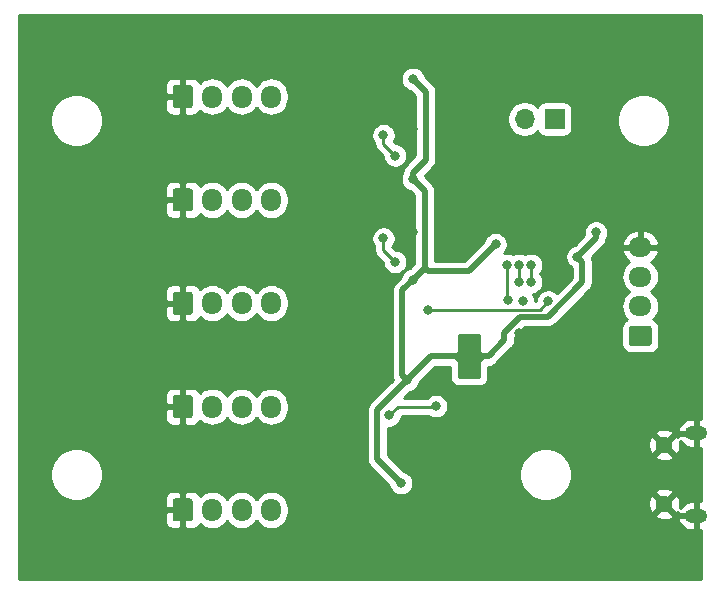
<source format=gbr>
G04 #@! TF.GenerationSoftware,KiCad,Pcbnew,(5.1.5)-3*
G04 #@! TF.CreationDate,2020-12-03T20:27:54+01:00*
G04 #@! TF.ProjectId,MCU_board,4d43555f-626f-4617-9264-2e6b69636164,rev?*
G04 #@! TF.SameCoordinates,Original*
G04 #@! TF.FileFunction,Copper,L2,Bot*
G04 #@! TF.FilePolarity,Positive*
%FSLAX46Y46*%
G04 Gerber Fmt 4.6, Leading zero omitted, Abs format (unit mm)*
G04 Created by KiCad (PCBNEW (5.1.5)-3) date 2020-12-03 20:27:54*
%MOMM*%
%LPD*%
G04 APERTURE LIST*
%ADD10C,0.100000*%
%ADD11O,1.950000X1.700000*%
%ADD12O,1.700000X1.950000*%
%ADD13C,1.450000*%
%ADD14O,1.900000X1.200000*%
%ADD15R,1.700000X1.700000*%
%ADD16O,1.700000X1.700000*%
%ADD17C,0.800000*%
%ADD18C,0.500000*%
%ADD19C,0.250000*%
%ADD20C,0.254000*%
G04 APERTURE END LIST*
G04 #@! TA.AperFunction,ComponentPad*
D10*
G36*
X78629504Y-95981204D02*
G01*
X78653773Y-95984804D01*
X78677571Y-95990765D01*
X78700671Y-95999030D01*
X78722849Y-96009520D01*
X78743893Y-96022133D01*
X78763598Y-96036747D01*
X78781777Y-96053223D01*
X78798253Y-96071402D01*
X78812867Y-96091107D01*
X78825480Y-96112151D01*
X78835970Y-96134329D01*
X78844235Y-96157429D01*
X78850196Y-96181227D01*
X78853796Y-96205496D01*
X78855000Y-96230000D01*
X78855000Y-97430000D01*
X78853796Y-97454504D01*
X78850196Y-97478773D01*
X78844235Y-97502571D01*
X78835970Y-97525671D01*
X78825480Y-97547849D01*
X78812867Y-97568893D01*
X78798253Y-97588598D01*
X78781777Y-97606777D01*
X78763598Y-97623253D01*
X78743893Y-97637867D01*
X78722849Y-97650480D01*
X78700671Y-97660970D01*
X78677571Y-97669235D01*
X78653773Y-97675196D01*
X78629504Y-97678796D01*
X78605000Y-97680000D01*
X77155000Y-97680000D01*
X77130496Y-97678796D01*
X77106227Y-97675196D01*
X77082429Y-97669235D01*
X77059329Y-97660970D01*
X77037151Y-97650480D01*
X77016107Y-97637867D01*
X76996402Y-97623253D01*
X76978223Y-97606777D01*
X76961747Y-97588598D01*
X76947133Y-97568893D01*
X76934520Y-97547849D01*
X76924030Y-97525671D01*
X76915765Y-97502571D01*
X76909804Y-97478773D01*
X76906204Y-97454504D01*
X76905000Y-97430000D01*
X76905000Y-96230000D01*
X76906204Y-96205496D01*
X76909804Y-96181227D01*
X76915765Y-96157429D01*
X76924030Y-96134329D01*
X76934520Y-96112151D01*
X76947133Y-96091107D01*
X76961747Y-96071402D01*
X76978223Y-96053223D01*
X76996402Y-96036747D01*
X77016107Y-96022133D01*
X77037151Y-96009520D01*
X77059329Y-95999030D01*
X77082429Y-95990765D01*
X77106227Y-95984804D01*
X77130496Y-95981204D01*
X77155000Y-95980000D01*
X78605000Y-95980000D01*
X78629504Y-95981204D01*
G37*
G04 #@! TD.AperFunction*
D11*
X77880000Y-94330000D03*
X77880000Y-91830000D03*
X77880000Y-89330000D03*
D12*
X46630000Y-111580000D03*
X44130000Y-111580000D03*
X41630000Y-111580000D03*
G04 #@! TA.AperFunction,ComponentPad*
D10*
G36*
X39754504Y-110606204D02*
G01*
X39778773Y-110609804D01*
X39802571Y-110615765D01*
X39825671Y-110624030D01*
X39847849Y-110634520D01*
X39868893Y-110647133D01*
X39888598Y-110661747D01*
X39906777Y-110678223D01*
X39923253Y-110696402D01*
X39937867Y-110716107D01*
X39950480Y-110737151D01*
X39960970Y-110759329D01*
X39969235Y-110782429D01*
X39975196Y-110806227D01*
X39978796Y-110830496D01*
X39980000Y-110855000D01*
X39980000Y-112305000D01*
X39978796Y-112329504D01*
X39975196Y-112353773D01*
X39969235Y-112377571D01*
X39960970Y-112400671D01*
X39950480Y-112422849D01*
X39937867Y-112443893D01*
X39923253Y-112463598D01*
X39906777Y-112481777D01*
X39888598Y-112498253D01*
X39868893Y-112512867D01*
X39847849Y-112525480D01*
X39825671Y-112535970D01*
X39802571Y-112544235D01*
X39778773Y-112550196D01*
X39754504Y-112553796D01*
X39730000Y-112555000D01*
X38530000Y-112555000D01*
X38505496Y-112553796D01*
X38481227Y-112550196D01*
X38457429Y-112544235D01*
X38434329Y-112535970D01*
X38412151Y-112525480D01*
X38391107Y-112512867D01*
X38371402Y-112498253D01*
X38353223Y-112481777D01*
X38336747Y-112463598D01*
X38322133Y-112443893D01*
X38309520Y-112422849D01*
X38299030Y-112400671D01*
X38290765Y-112377571D01*
X38284804Y-112353773D01*
X38281204Y-112329504D01*
X38280000Y-112305000D01*
X38280000Y-110855000D01*
X38281204Y-110830496D01*
X38284804Y-110806227D01*
X38290765Y-110782429D01*
X38299030Y-110759329D01*
X38309520Y-110737151D01*
X38322133Y-110716107D01*
X38336747Y-110696402D01*
X38353223Y-110678223D01*
X38371402Y-110661747D01*
X38391107Y-110647133D01*
X38412151Y-110634520D01*
X38434329Y-110624030D01*
X38457429Y-110615765D01*
X38481227Y-110609804D01*
X38505496Y-110606204D01*
X38530000Y-110605000D01*
X39730000Y-110605000D01*
X39754504Y-110606204D01*
G37*
G04 #@! TD.AperFunction*
G04 #@! TA.AperFunction,ComponentPad*
G36*
X39754504Y-101856204D02*
G01*
X39778773Y-101859804D01*
X39802571Y-101865765D01*
X39825671Y-101874030D01*
X39847849Y-101884520D01*
X39868893Y-101897133D01*
X39888598Y-101911747D01*
X39906777Y-101928223D01*
X39923253Y-101946402D01*
X39937867Y-101966107D01*
X39950480Y-101987151D01*
X39960970Y-102009329D01*
X39969235Y-102032429D01*
X39975196Y-102056227D01*
X39978796Y-102080496D01*
X39980000Y-102105000D01*
X39980000Y-103555000D01*
X39978796Y-103579504D01*
X39975196Y-103603773D01*
X39969235Y-103627571D01*
X39960970Y-103650671D01*
X39950480Y-103672849D01*
X39937867Y-103693893D01*
X39923253Y-103713598D01*
X39906777Y-103731777D01*
X39888598Y-103748253D01*
X39868893Y-103762867D01*
X39847849Y-103775480D01*
X39825671Y-103785970D01*
X39802571Y-103794235D01*
X39778773Y-103800196D01*
X39754504Y-103803796D01*
X39730000Y-103805000D01*
X38530000Y-103805000D01*
X38505496Y-103803796D01*
X38481227Y-103800196D01*
X38457429Y-103794235D01*
X38434329Y-103785970D01*
X38412151Y-103775480D01*
X38391107Y-103762867D01*
X38371402Y-103748253D01*
X38353223Y-103731777D01*
X38336747Y-103713598D01*
X38322133Y-103693893D01*
X38309520Y-103672849D01*
X38299030Y-103650671D01*
X38290765Y-103627571D01*
X38284804Y-103603773D01*
X38281204Y-103579504D01*
X38280000Y-103555000D01*
X38280000Y-102105000D01*
X38281204Y-102080496D01*
X38284804Y-102056227D01*
X38290765Y-102032429D01*
X38299030Y-102009329D01*
X38309520Y-101987151D01*
X38322133Y-101966107D01*
X38336747Y-101946402D01*
X38353223Y-101928223D01*
X38371402Y-101911747D01*
X38391107Y-101897133D01*
X38412151Y-101884520D01*
X38434329Y-101874030D01*
X38457429Y-101865765D01*
X38481227Y-101859804D01*
X38505496Y-101856204D01*
X38530000Y-101855000D01*
X39730000Y-101855000D01*
X39754504Y-101856204D01*
G37*
G04 #@! TD.AperFunction*
D12*
X41630000Y-102830000D03*
X44130000Y-102830000D03*
X46630000Y-102830000D03*
G04 #@! TA.AperFunction,ComponentPad*
D10*
G36*
X39754504Y-93106204D02*
G01*
X39778773Y-93109804D01*
X39802571Y-93115765D01*
X39825671Y-93124030D01*
X39847849Y-93134520D01*
X39868893Y-93147133D01*
X39888598Y-93161747D01*
X39906777Y-93178223D01*
X39923253Y-93196402D01*
X39937867Y-93216107D01*
X39950480Y-93237151D01*
X39960970Y-93259329D01*
X39969235Y-93282429D01*
X39975196Y-93306227D01*
X39978796Y-93330496D01*
X39980000Y-93355000D01*
X39980000Y-94805000D01*
X39978796Y-94829504D01*
X39975196Y-94853773D01*
X39969235Y-94877571D01*
X39960970Y-94900671D01*
X39950480Y-94922849D01*
X39937867Y-94943893D01*
X39923253Y-94963598D01*
X39906777Y-94981777D01*
X39888598Y-94998253D01*
X39868893Y-95012867D01*
X39847849Y-95025480D01*
X39825671Y-95035970D01*
X39802571Y-95044235D01*
X39778773Y-95050196D01*
X39754504Y-95053796D01*
X39730000Y-95055000D01*
X38530000Y-95055000D01*
X38505496Y-95053796D01*
X38481227Y-95050196D01*
X38457429Y-95044235D01*
X38434329Y-95035970D01*
X38412151Y-95025480D01*
X38391107Y-95012867D01*
X38371402Y-94998253D01*
X38353223Y-94981777D01*
X38336747Y-94963598D01*
X38322133Y-94943893D01*
X38309520Y-94922849D01*
X38299030Y-94900671D01*
X38290765Y-94877571D01*
X38284804Y-94853773D01*
X38281204Y-94829504D01*
X38280000Y-94805000D01*
X38280000Y-93355000D01*
X38281204Y-93330496D01*
X38284804Y-93306227D01*
X38290765Y-93282429D01*
X38299030Y-93259329D01*
X38309520Y-93237151D01*
X38322133Y-93216107D01*
X38336747Y-93196402D01*
X38353223Y-93178223D01*
X38371402Y-93161747D01*
X38391107Y-93147133D01*
X38412151Y-93134520D01*
X38434329Y-93124030D01*
X38457429Y-93115765D01*
X38481227Y-93109804D01*
X38505496Y-93106204D01*
X38530000Y-93105000D01*
X39730000Y-93105000D01*
X39754504Y-93106204D01*
G37*
G04 #@! TD.AperFunction*
D12*
X41630000Y-94080000D03*
X44130000Y-94080000D03*
X46630000Y-94080000D03*
X46630000Y-85330000D03*
X44130000Y-85330000D03*
X41630000Y-85330000D03*
G04 #@! TA.AperFunction,ComponentPad*
D10*
G36*
X39754504Y-84356204D02*
G01*
X39778773Y-84359804D01*
X39802571Y-84365765D01*
X39825671Y-84374030D01*
X39847849Y-84384520D01*
X39868893Y-84397133D01*
X39888598Y-84411747D01*
X39906777Y-84428223D01*
X39923253Y-84446402D01*
X39937867Y-84466107D01*
X39950480Y-84487151D01*
X39960970Y-84509329D01*
X39969235Y-84532429D01*
X39975196Y-84556227D01*
X39978796Y-84580496D01*
X39980000Y-84605000D01*
X39980000Y-86055000D01*
X39978796Y-86079504D01*
X39975196Y-86103773D01*
X39969235Y-86127571D01*
X39960970Y-86150671D01*
X39950480Y-86172849D01*
X39937867Y-86193893D01*
X39923253Y-86213598D01*
X39906777Y-86231777D01*
X39888598Y-86248253D01*
X39868893Y-86262867D01*
X39847849Y-86275480D01*
X39825671Y-86285970D01*
X39802571Y-86294235D01*
X39778773Y-86300196D01*
X39754504Y-86303796D01*
X39730000Y-86305000D01*
X38530000Y-86305000D01*
X38505496Y-86303796D01*
X38481227Y-86300196D01*
X38457429Y-86294235D01*
X38434329Y-86285970D01*
X38412151Y-86275480D01*
X38391107Y-86262867D01*
X38371402Y-86248253D01*
X38353223Y-86231777D01*
X38336747Y-86213598D01*
X38322133Y-86193893D01*
X38309520Y-86172849D01*
X38299030Y-86150671D01*
X38290765Y-86127571D01*
X38284804Y-86103773D01*
X38281204Y-86079504D01*
X38280000Y-86055000D01*
X38280000Y-84605000D01*
X38281204Y-84580496D01*
X38284804Y-84556227D01*
X38290765Y-84532429D01*
X38299030Y-84509329D01*
X38309520Y-84487151D01*
X38322133Y-84466107D01*
X38336747Y-84446402D01*
X38353223Y-84428223D01*
X38371402Y-84411747D01*
X38391107Y-84397133D01*
X38412151Y-84384520D01*
X38434329Y-84374030D01*
X38457429Y-84365765D01*
X38481227Y-84359804D01*
X38505496Y-84356204D01*
X38530000Y-84355000D01*
X39730000Y-84355000D01*
X39754504Y-84356204D01*
G37*
G04 #@! TD.AperFunction*
G04 #@! TA.AperFunction,ComponentPad*
G36*
X39754504Y-75606204D02*
G01*
X39778773Y-75609804D01*
X39802571Y-75615765D01*
X39825671Y-75624030D01*
X39847849Y-75634520D01*
X39868893Y-75647133D01*
X39888598Y-75661747D01*
X39906777Y-75678223D01*
X39923253Y-75696402D01*
X39937867Y-75716107D01*
X39950480Y-75737151D01*
X39960970Y-75759329D01*
X39969235Y-75782429D01*
X39975196Y-75806227D01*
X39978796Y-75830496D01*
X39980000Y-75855000D01*
X39980000Y-77305000D01*
X39978796Y-77329504D01*
X39975196Y-77353773D01*
X39969235Y-77377571D01*
X39960970Y-77400671D01*
X39950480Y-77422849D01*
X39937867Y-77443893D01*
X39923253Y-77463598D01*
X39906777Y-77481777D01*
X39888598Y-77498253D01*
X39868893Y-77512867D01*
X39847849Y-77525480D01*
X39825671Y-77535970D01*
X39802571Y-77544235D01*
X39778773Y-77550196D01*
X39754504Y-77553796D01*
X39730000Y-77555000D01*
X38530000Y-77555000D01*
X38505496Y-77553796D01*
X38481227Y-77550196D01*
X38457429Y-77544235D01*
X38434329Y-77535970D01*
X38412151Y-77525480D01*
X38391107Y-77512867D01*
X38371402Y-77498253D01*
X38353223Y-77481777D01*
X38336747Y-77463598D01*
X38322133Y-77443893D01*
X38309520Y-77422849D01*
X38299030Y-77400671D01*
X38290765Y-77377571D01*
X38284804Y-77353773D01*
X38281204Y-77329504D01*
X38280000Y-77305000D01*
X38280000Y-75855000D01*
X38281204Y-75830496D01*
X38284804Y-75806227D01*
X38290765Y-75782429D01*
X38299030Y-75759329D01*
X38309520Y-75737151D01*
X38322133Y-75716107D01*
X38336747Y-75696402D01*
X38353223Y-75678223D01*
X38371402Y-75661747D01*
X38391107Y-75647133D01*
X38412151Y-75634520D01*
X38434329Y-75624030D01*
X38457429Y-75615765D01*
X38481227Y-75609804D01*
X38505496Y-75606204D01*
X38530000Y-75605000D01*
X39730000Y-75605000D01*
X39754504Y-75606204D01*
G37*
G04 #@! TD.AperFunction*
D12*
X41630000Y-76580000D03*
X44130000Y-76580000D03*
X46630000Y-76580000D03*
D13*
X79917500Y-111080000D03*
X79917500Y-106080000D03*
D14*
X82617500Y-112080000D03*
X82617500Y-105080000D03*
D15*
X70630000Y-78480000D03*
D16*
X68090000Y-78480000D03*
D17*
X63830000Y-97080000D03*
X63830000Y-98080000D03*
X63830000Y-99080000D03*
X63830000Y-100080000D03*
X58630000Y-114330000D03*
X58630000Y-105580000D03*
X58630000Y-88080000D03*
X58630000Y-79330000D03*
X65130000Y-77580000D03*
X54380000Y-102830000D03*
X54380000Y-111580000D03*
X54380000Y-94080000D03*
X54380000Y-85330000D03*
X54380000Y-76580000D03*
X68230000Y-104030000D03*
X67630000Y-84380000D03*
X71030000Y-84380000D03*
X71780000Y-104030000D03*
X62880000Y-74330000D03*
X68754999Y-88580000D03*
X67630000Y-96580000D03*
X56480000Y-97330000D03*
X72554847Y-90155153D03*
X74130000Y-88080000D03*
X62880000Y-100080000D03*
X58130000Y-100580000D03*
X57630000Y-109305000D03*
X58630000Y-92080000D03*
X58630000Y-83580000D03*
X58630000Y-75080000D03*
X65630000Y-89080000D03*
X62880000Y-98080000D03*
X62880000Y-99080000D03*
X62880000Y-97080000D03*
X57130000Y-81580000D03*
X56130000Y-79855000D03*
X67630000Y-90830000D03*
X67630000Y-92280000D03*
X57130000Y-90580000D03*
X56130000Y-88580000D03*
X70080000Y-93930000D03*
X59906985Y-94641300D03*
X67972346Y-93922346D03*
X56630000Y-103580000D03*
X60580000Y-102780000D03*
X68630003Y-90830000D03*
X68630000Y-92280000D03*
X66630000Y-90830000D03*
X66642653Y-93842653D03*
D18*
X72554847Y-90155153D02*
X74130000Y-88580000D01*
X74130000Y-88580000D02*
X74130000Y-88080000D01*
X58130000Y-100580000D02*
X55630000Y-103080000D01*
X55630000Y-103080000D02*
X55630000Y-107305000D01*
X55630000Y-107305000D02*
X57630000Y-109305000D01*
X57730001Y-92979999D02*
X58630000Y-92080000D01*
X58130000Y-100580000D02*
X57730001Y-100180001D01*
X57730001Y-100180001D02*
X57730001Y-92979999D01*
X65630000Y-89080000D02*
X63355001Y-91354999D01*
X58630000Y-83014315D02*
X59730000Y-81914315D01*
X58630000Y-83580000D02*
X58630000Y-83014315D01*
X59730000Y-76180000D02*
X58630000Y-75080000D01*
X59730000Y-81914315D02*
X59730000Y-76180000D01*
X58630000Y-83580000D02*
X59630000Y-84580000D01*
X59630000Y-84580000D02*
X59630000Y-91080000D01*
X59630000Y-91080000D02*
X58630000Y-92080000D01*
X59904999Y-91354999D02*
X59630000Y-91080000D01*
X63355001Y-91354999D02*
X59904999Y-91354999D01*
X72954846Y-92313156D02*
X70045645Y-95222357D01*
X72554847Y-90155153D02*
X72954846Y-90555152D01*
X72954846Y-90555152D02*
X72954846Y-92313156D01*
X58130000Y-100580000D02*
X60130000Y-98580000D01*
X63330000Y-98580000D02*
X63830000Y-98080000D01*
X60130000Y-98580000D02*
X63330000Y-98580000D01*
X67729641Y-95222357D02*
X66380000Y-96571998D01*
X70045645Y-95222357D02*
X67729641Y-95222357D01*
X66380000Y-96571998D02*
X66380000Y-97230000D01*
X66380000Y-97230000D02*
X65030000Y-98580000D01*
X63380000Y-98580000D02*
X62880000Y-99080000D01*
X65030000Y-98580000D02*
X63380000Y-98580000D01*
D19*
X57130000Y-81580000D02*
X56130000Y-80580000D01*
X56130000Y-80580000D02*
X56130000Y-79855000D01*
X67630000Y-90830000D02*
X67630000Y-92280000D01*
X57130000Y-90580000D02*
X56130000Y-89580000D01*
X56130000Y-89580000D02*
X56130000Y-88855000D01*
X69362653Y-94647347D02*
X59913032Y-94647347D01*
X70080000Y-93930000D02*
X69362653Y-94647347D01*
X60555010Y-102830000D02*
X57380000Y-102830000D01*
X57380000Y-102830000D02*
X56630000Y-103580000D01*
X60555010Y-102830000D02*
X60555010Y-102804990D01*
X60555010Y-102804990D02*
X60580000Y-102780000D01*
X68630003Y-90830000D02*
X68630003Y-92279997D01*
X68630003Y-92279997D02*
X68630000Y-92280000D01*
X66630000Y-90830000D02*
X66630000Y-93830000D01*
X66630000Y-93830000D02*
X66642653Y-93842653D01*
D20*
G36*
X83003000Y-103845000D02*
G01*
X82744500Y-103845000D01*
X82744500Y-104953000D01*
X82764500Y-104953000D01*
X82764500Y-105207000D01*
X82744500Y-105207000D01*
X82744500Y-106315000D01*
X83003000Y-106315000D01*
X83003000Y-110845000D01*
X82744500Y-110845000D01*
X82744500Y-111953000D01*
X82764500Y-111953000D01*
X82764500Y-112207000D01*
X82744500Y-112207000D01*
X82744500Y-113315000D01*
X83003000Y-113315000D01*
X83003000Y-117453000D01*
X25257000Y-117453000D01*
X25257000Y-112555000D01*
X37641928Y-112555000D01*
X37654188Y-112679482D01*
X37690498Y-112799180D01*
X37749463Y-112909494D01*
X37828815Y-113006185D01*
X37925506Y-113085537D01*
X38035820Y-113144502D01*
X38155518Y-113180812D01*
X38280000Y-113193072D01*
X38844250Y-113190000D01*
X39003000Y-113031250D01*
X39003000Y-111707000D01*
X37803750Y-111707000D01*
X37645000Y-111865750D01*
X37641928Y-112555000D01*
X25257000Y-112555000D01*
X25257000Y-108359872D01*
X27895000Y-108359872D01*
X27895000Y-108800128D01*
X27980890Y-109231925D01*
X28149369Y-109638669D01*
X28393962Y-110004729D01*
X28705271Y-110316038D01*
X29071331Y-110560631D01*
X29478075Y-110729110D01*
X29909872Y-110815000D01*
X30350128Y-110815000D01*
X30781925Y-110729110D01*
X31081552Y-110605000D01*
X37641928Y-110605000D01*
X37645000Y-111294250D01*
X37803750Y-111453000D01*
X39003000Y-111453000D01*
X39003000Y-110128750D01*
X39257000Y-110128750D01*
X39257000Y-111453000D01*
X39277000Y-111453000D01*
X39277000Y-111707000D01*
X39257000Y-111707000D01*
X39257000Y-113031250D01*
X39415750Y-113190000D01*
X39980000Y-113193072D01*
X40104482Y-113180812D01*
X40224180Y-113144502D01*
X40334494Y-113085537D01*
X40431185Y-113006185D01*
X40510537Y-112909494D01*
X40569502Y-112799180D01*
X40580055Y-112764392D01*
X40800987Y-112945706D01*
X41058967Y-113083599D01*
X41338890Y-113168513D01*
X41630000Y-113197185D01*
X41921111Y-113168513D01*
X42201034Y-113083599D01*
X42459014Y-112945706D01*
X42685134Y-112760134D01*
X42870706Y-112534014D01*
X42880000Y-112516626D01*
X42889294Y-112534014D01*
X43074866Y-112760134D01*
X43300987Y-112945706D01*
X43558967Y-113083599D01*
X43838890Y-113168513D01*
X44130000Y-113197185D01*
X44421111Y-113168513D01*
X44701034Y-113083599D01*
X44959014Y-112945706D01*
X45185134Y-112760134D01*
X45370706Y-112534014D01*
X45380000Y-112516626D01*
X45389294Y-112534014D01*
X45574866Y-112760134D01*
X45800987Y-112945706D01*
X46058967Y-113083599D01*
X46338890Y-113168513D01*
X46630000Y-113197185D01*
X46921111Y-113168513D01*
X47201034Y-113083599D01*
X47459014Y-112945706D01*
X47685134Y-112760134D01*
X47870706Y-112534014D01*
X48008599Y-112276033D01*
X48086529Y-112019133D01*
X79157972Y-112019133D01*
X79220465Y-112255450D01*
X79463178Y-112368850D01*
X79723349Y-112432719D01*
X79990982Y-112444604D01*
X80255791Y-112404048D01*
X80273523Y-112397609D01*
X81074038Y-112397609D01*
X81077909Y-112435282D01*
X81170079Y-112660533D01*
X81304422Y-112863474D01*
X81475775Y-113036307D01*
X81677554Y-113172390D01*
X81902004Y-113266493D01*
X82140500Y-113315000D01*
X82490500Y-113315000D01*
X82490500Y-112207000D01*
X81198769Y-112207000D01*
X81074038Y-112397609D01*
X80273523Y-112397609D01*
X80507600Y-112312609D01*
X80614535Y-112255450D01*
X80677028Y-112019133D01*
X79917500Y-111259605D01*
X79157972Y-112019133D01*
X48086529Y-112019133D01*
X48093513Y-111996110D01*
X48115000Y-111777949D01*
X48115000Y-111382050D01*
X48093513Y-111163889D01*
X48090357Y-111153482D01*
X78552896Y-111153482D01*
X78593452Y-111418291D01*
X78684891Y-111670100D01*
X78742050Y-111777035D01*
X78978367Y-111839528D01*
X79737895Y-111080000D01*
X80097105Y-111080000D01*
X80856633Y-111839528D01*
X81084997Y-111779138D01*
X81198769Y-111953000D01*
X82490500Y-111953000D01*
X82490500Y-110845000D01*
X82140500Y-110845000D01*
X81902004Y-110893507D01*
X81677554Y-110987610D01*
X81475775Y-111123693D01*
X81304422Y-111296526D01*
X81241329Y-111391836D01*
X81270219Y-111274151D01*
X81282104Y-111006518D01*
X81241548Y-110741709D01*
X81150109Y-110489900D01*
X81092950Y-110382965D01*
X80856633Y-110320472D01*
X80097105Y-111080000D01*
X79737895Y-111080000D01*
X78978367Y-110320472D01*
X78742050Y-110382965D01*
X78628650Y-110625678D01*
X78564781Y-110885849D01*
X78552896Y-111153482D01*
X48090357Y-111153482D01*
X48008599Y-110883966D01*
X47870706Y-110625986D01*
X47685134Y-110399866D01*
X47459013Y-110214294D01*
X47201033Y-110076401D01*
X46921110Y-109991487D01*
X46630000Y-109962815D01*
X46338889Y-109991487D01*
X46058966Y-110076401D01*
X45800986Y-110214294D01*
X45574866Y-110399866D01*
X45389294Y-110625987D01*
X45380000Y-110643374D01*
X45370706Y-110625986D01*
X45185134Y-110399866D01*
X44959013Y-110214294D01*
X44701033Y-110076401D01*
X44421110Y-109991487D01*
X44130000Y-109962815D01*
X43838889Y-109991487D01*
X43558966Y-110076401D01*
X43300986Y-110214294D01*
X43074866Y-110399866D01*
X42889294Y-110625987D01*
X42880000Y-110643374D01*
X42870706Y-110625986D01*
X42685134Y-110399866D01*
X42459013Y-110214294D01*
X42201033Y-110076401D01*
X41921110Y-109991487D01*
X41630000Y-109962815D01*
X41338889Y-109991487D01*
X41058966Y-110076401D01*
X40800986Y-110214294D01*
X40580055Y-110395608D01*
X40569502Y-110360820D01*
X40510537Y-110250506D01*
X40431185Y-110153815D01*
X40334494Y-110074463D01*
X40224180Y-110015498D01*
X40104482Y-109979188D01*
X39980000Y-109966928D01*
X39415750Y-109970000D01*
X39257000Y-110128750D01*
X39003000Y-110128750D01*
X38844250Y-109970000D01*
X38280000Y-109966928D01*
X38155518Y-109979188D01*
X38035820Y-110015498D01*
X37925506Y-110074463D01*
X37828815Y-110153815D01*
X37749463Y-110250506D01*
X37690498Y-110360820D01*
X37654188Y-110480518D01*
X37641928Y-110605000D01*
X31081552Y-110605000D01*
X31188669Y-110560631D01*
X31554729Y-110316038D01*
X31866038Y-110004729D01*
X32110631Y-109638669D01*
X32279110Y-109231925D01*
X32365000Y-108800128D01*
X32365000Y-108359872D01*
X32279110Y-107928075D01*
X32110631Y-107521331D01*
X31866038Y-107155271D01*
X31554729Y-106843962D01*
X31188669Y-106599369D01*
X30781925Y-106430890D01*
X30350128Y-106345000D01*
X29909872Y-106345000D01*
X29478075Y-106430890D01*
X29071331Y-106599369D01*
X28705271Y-106843962D01*
X28393962Y-107155271D01*
X28149369Y-107521331D01*
X27980890Y-107928075D01*
X27895000Y-108359872D01*
X25257000Y-108359872D01*
X25257000Y-103805000D01*
X37641928Y-103805000D01*
X37654188Y-103929482D01*
X37690498Y-104049180D01*
X37749463Y-104159494D01*
X37828815Y-104256185D01*
X37925506Y-104335537D01*
X38035820Y-104394502D01*
X38155518Y-104430812D01*
X38280000Y-104443072D01*
X38844250Y-104440000D01*
X39003000Y-104281250D01*
X39003000Y-102957000D01*
X37803750Y-102957000D01*
X37645000Y-103115750D01*
X37641928Y-103805000D01*
X25257000Y-103805000D01*
X25257000Y-101855000D01*
X37641928Y-101855000D01*
X37645000Y-102544250D01*
X37803750Y-102703000D01*
X39003000Y-102703000D01*
X39003000Y-101378750D01*
X39257000Y-101378750D01*
X39257000Y-102703000D01*
X39277000Y-102703000D01*
X39277000Y-102957000D01*
X39257000Y-102957000D01*
X39257000Y-104281250D01*
X39415750Y-104440000D01*
X39980000Y-104443072D01*
X40104482Y-104430812D01*
X40224180Y-104394502D01*
X40334494Y-104335537D01*
X40431185Y-104256185D01*
X40510537Y-104159494D01*
X40569502Y-104049180D01*
X40580055Y-104014392D01*
X40800987Y-104195706D01*
X41058967Y-104333599D01*
X41338890Y-104418513D01*
X41630000Y-104447185D01*
X41921111Y-104418513D01*
X42201034Y-104333599D01*
X42459014Y-104195706D01*
X42685134Y-104010134D01*
X42870706Y-103784014D01*
X42880000Y-103766626D01*
X42889294Y-103784014D01*
X43074866Y-104010134D01*
X43300987Y-104195706D01*
X43558967Y-104333599D01*
X43838890Y-104418513D01*
X44130000Y-104447185D01*
X44421111Y-104418513D01*
X44701034Y-104333599D01*
X44959014Y-104195706D01*
X45185134Y-104010134D01*
X45370706Y-103784014D01*
X45380000Y-103766626D01*
X45389294Y-103784014D01*
X45574866Y-104010134D01*
X45800987Y-104195706D01*
X46058967Y-104333599D01*
X46338890Y-104418513D01*
X46630000Y-104447185D01*
X46921111Y-104418513D01*
X47201034Y-104333599D01*
X47459014Y-104195706D01*
X47685134Y-104010134D01*
X47870706Y-103784014D01*
X48008599Y-103526033D01*
X48093513Y-103246110D01*
X48109873Y-103080000D01*
X54740719Y-103080000D01*
X54745000Y-103123469D01*
X54745001Y-107261521D01*
X54740719Y-107305000D01*
X54757805Y-107478490D01*
X54808412Y-107645313D01*
X54890590Y-107799059D01*
X54973468Y-107900046D01*
X54973471Y-107900049D01*
X55001184Y-107933817D01*
X55034951Y-107961529D01*
X56623465Y-109550044D01*
X56634774Y-109606898D01*
X56712795Y-109795256D01*
X56826063Y-109964774D01*
X56970226Y-110108937D01*
X57139744Y-110222205D01*
X57328102Y-110300226D01*
X57528061Y-110340000D01*
X57731939Y-110340000D01*
X57931898Y-110300226D01*
X58120256Y-110222205D01*
X58289774Y-110108937D01*
X58433937Y-109964774D01*
X58547205Y-109795256D01*
X58625226Y-109606898D01*
X58665000Y-109406939D01*
X58665000Y-109203061D01*
X58625226Y-109003102D01*
X58547205Y-108814744D01*
X58433937Y-108645226D01*
X58289774Y-108501063D01*
X58120256Y-108387795D01*
X58052845Y-108359872D01*
X67645000Y-108359872D01*
X67645000Y-108800128D01*
X67730890Y-109231925D01*
X67899369Y-109638669D01*
X68143962Y-110004729D01*
X68455271Y-110316038D01*
X68821331Y-110560631D01*
X69228075Y-110729110D01*
X69659872Y-110815000D01*
X70100128Y-110815000D01*
X70531925Y-110729110D01*
X70938669Y-110560631D01*
X71304729Y-110316038D01*
X71479900Y-110140867D01*
X79157972Y-110140867D01*
X79917500Y-110900395D01*
X80677028Y-110140867D01*
X80614535Y-109904550D01*
X80371822Y-109791150D01*
X80111651Y-109727281D01*
X79844018Y-109715396D01*
X79579209Y-109755952D01*
X79327400Y-109847391D01*
X79220465Y-109904550D01*
X79157972Y-110140867D01*
X71479900Y-110140867D01*
X71616038Y-110004729D01*
X71860631Y-109638669D01*
X72029110Y-109231925D01*
X72115000Y-108800128D01*
X72115000Y-108359872D01*
X72029110Y-107928075D01*
X71860631Y-107521331D01*
X71616038Y-107155271D01*
X71479900Y-107019133D01*
X79157972Y-107019133D01*
X79220465Y-107255450D01*
X79463178Y-107368850D01*
X79723349Y-107432719D01*
X79990982Y-107444604D01*
X80255791Y-107404048D01*
X80507600Y-107312609D01*
X80614535Y-107255450D01*
X80677028Y-107019133D01*
X79917500Y-106259605D01*
X79157972Y-107019133D01*
X71479900Y-107019133D01*
X71304729Y-106843962D01*
X70938669Y-106599369D01*
X70531925Y-106430890D01*
X70100128Y-106345000D01*
X69659872Y-106345000D01*
X69228075Y-106430890D01*
X68821331Y-106599369D01*
X68455271Y-106843962D01*
X68143962Y-107155271D01*
X67899369Y-107521331D01*
X67730890Y-107928075D01*
X67645000Y-108359872D01*
X58052845Y-108359872D01*
X57931898Y-108309774D01*
X57875044Y-108298465D01*
X56515000Y-106938422D01*
X56515000Y-106153482D01*
X78552896Y-106153482D01*
X78593452Y-106418291D01*
X78684891Y-106670100D01*
X78742050Y-106777035D01*
X78978367Y-106839528D01*
X79737895Y-106080000D01*
X80097105Y-106080000D01*
X80856633Y-106839528D01*
X81092950Y-106777035D01*
X81206350Y-106534322D01*
X81270219Y-106274151D01*
X81282104Y-106006518D01*
X81246885Y-105776558D01*
X81304422Y-105863474D01*
X81475775Y-106036307D01*
X81677554Y-106172390D01*
X81902004Y-106266493D01*
X82140500Y-106315000D01*
X82490500Y-106315000D01*
X82490500Y-105207000D01*
X81198769Y-105207000D01*
X81084997Y-105380862D01*
X80856633Y-105320472D01*
X80097105Y-106080000D01*
X79737895Y-106080000D01*
X78978367Y-105320472D01*
X78742050Y-105382965D01*
X78628650Y-105625678D01*
X78564781Y-105885849D01*
X78552896Y-106153482D01*
X56515000Y-106153482D01*
X56515000Y-105140867D01*
X79157972Y-105140867D01*
X79917500Y-105900395D01*
X80677028Y-105140867D01*
X80614535Y-104904550D01*
X80371822Y-104791150D01*
X80254672Y-104762391D01*
X81074038Y-104762391D01*
X81198769Y-104953000D01*
X82490500Y-104953000D01*
X82490500Y-103845000D01*
X82140500Y-103845000D01*
X81902004Y-103893507D01*
X81677554Y-103987610D01*
X81475775Y-104123693D01*
X81304422Y-104296526D01*
X81170079Y-104499467D01*
X81077909Y-104724718D01*
X81074038Y-104762391D01*
X80254672Y-104762391D01*
X80111651Y-104727281D01*
X79844018Y-104715396D01*
X79579209Y-104755952D01*
X79327400Y-104847391D01*
X79220465Y-104904550D01*
X79157972Y-105140867D01*
X56515000Y-105140867D01*
X56515000Y-104612402D01*
X56528061Y-104615000D01*
X56731939Y-104615000D01*
X56931898Y-104575226D01*
X57120256Y-104497205D01*
X57289774Y-104383937D01*
X57433937Y-104239774D01*
X57547205Y-104070256D01*
X57625226Y-103881898D01*
X57665000Y-103681939D01*
X57665000Y-103619802D01*
X57694802Y-103590000D01*
X59929300Y-103590000D01*
X60089744Y-103697205D01*
X60278102Y-103775226D01*
X60478061Y-103815000D01*
X60681939Y-103815000D01*
X60881898Y-103775226D01*
X61070256Y-103697205D01*
X61239774Y-103583937D01*
X61383937Y-103439774D01*
X61497205Y-103270256D01*
X61575226Y-103081898D01*
X61615000Y-102881939D01*
X61615000Y-102678061D01*
X61575226Y-102478102D01*
X61497205Y-102289744D01*
X61383937Y-102120226D01*
X61239774Y-101976063D01*
X61070256Y-101862795D01*
X60881898Y-101784774D01*
X60681939Y-101745000D01*
X60478061Y-101745000D01*
X60278102Y-101784774D01*
X60089744Y-101862795D01*
X59920226Y-101976063D01*
X59826289Y-102070000D01*
X57891579Y-102070000D01*
X58375044Y-101586535D01*
X58431898Y-101575226D01*
X58620256Y-101497205D01*
X58789774Y-101383937D01*
X58933937Y-101239774D01*
X59047205Y-101070256D01*
X59125226Y-100881898D01*
X59136535Y-100825043D01*
X60496579Y-99465000D01*
X61795000Y-99465000D01*
X61795000Y-100480000D01*
X61807201Y-100603882D01*
X61843336Y-100723004D01*
X61902017Y-100832787D01*
X61980987Y-100929013D01*
X62077213Y-101007983D01*
X62186996Y-101066664D01*
X62306118Y-101102799D01*
X62430000Y-101115000D01*
X64330000Y-101115000D01*
X64453882Y-101102799D01*
X64573004Y-101066664D01*
X64682787Y-101007983D01*
X64779013Y-100929013D01*
X64857983Y-100832787D01*
X64916664Y-100723004D01*
X64952799Y-100603882D01*
X64965000Y-100480000D01*
X64965000Y-99465000D01*
X64986531Y-99465000D01*
X65030000Y-99469281D01*
X65073469Y-99465000D01*
X65073477Y-99465000D01*
X65203490Y-99452195D01*
X65370313Y-99401589D01*
X65524059Y-99319411D01*
X65658817Y-99208817D01*
X65686534Y-99175044D01*
X66975049Y-97886530D01*
X67008817Y-97858817D01*
X67119411Y-97724059D01*
X67201589Y-97570313D01*
X67252195Y-97403490D01*
X67265000Y-97273477D01*
X67265000Y-97273467D01*
X67269281Y-97230001D01*
X67265000Y-97186535D01*
X67265000Y-96938576D01*
X68096220Y-96107357D01*
X70002176Y-96107357D01*
X70045645Y-96111638D01*
X70089114Y-96107357D01*
X70089122Y-96107357D01*
X70219135Y-96094552D01*
X70385958Y-96043946D01*
X70539704Y-95961768D01*
X70674462Y-95851174D01*
X70702179Y-95817401D01*
X73549895Y-92969686D01*
X73583663Y-92941973D01*
X73616807Y-92901588D01*
X73694257Y-92807215D01*
X73776435Y-92653470D01*
X73827041Y-92486646D01*
X73827111Y-92485940D01*
X73839846Y-92356633D01*
X73839846Y-92356625D01*
X73844127Y-92313156D01*
X73839846Y-92269687D01*
X73839846Y-91830000D01*
X76262815Y-91830000D01*
X76291487Y-92121111D01*
X76376401Y-92401034D01*
X76514294Y-92659014D01*
X76699866Y-92885134D01*
X76925986Y-93070706D01*
X76943374Y-93080000D01*
X76925986Y-93089294D01*
X76699866Y-93274866D01*
X76514294Y-93500986D01*
X76376401Y-93758966D01*
X76291487Y-94038889D01*
X76262815Y-94330000D01*
X76291487Y-94621111D01*
X76376401Y-94901034D01*
X76514294Y-95159014D01*
X76699866Y-95385134D01*
X76763337Y-95437223D01*
X76661614Y-95491595D01*
X76527038Y-95602038D01*
X76416595Y-95736614D01*
X76334528Y-95890150D01*
X76283992Y-96056746D01*
X76266928Y-96230000D01*
X76266928Y-97430000D01*
X76283992Y-97603254D01*
X76334528Y-97769850D01*
X76416595Y-97923386D01*
X76527038Y-98057962D01*
X76661614Y-98168405D01*
X76815150Y-98250472D01*
X76981746Y-98301008D01*
X77155000Y-98318072D01*
X78605000Y-98318072D01*
X78778254Y-98301008D01*
X78944850Y-98250472D01*
X79098386Y-98168405D01*
X79232962Y-98057962D01*
X79343405Y-97923386D01*
X79425472Y-97769850D01*
X79476008Y-97603254D01*
X79493072Y-97430000D01*
X79493072Y-96230000D01*
X79476008Y-96056746D01*
X79425472Y-95890150D01*
X79343405Y-95736614D01*
X79232962Y-95602038D01*
X79098386Y-95491595D01*
X78996663Y-95437223D01*
X79060134Y-95385134D01*
X79245706Y-95159014D01*
X79383599Y-94901034D01*
X79468513Y-94621111D01*
X79497185Y-94330000D01*
X79468513Y-94038889D01*
X79383599Y-93758966D01*
X79245706Y-93500986D01*
X79060134Y-93274866D01*
X78834014Y-93089294D01*
X78816626Y-93080000D01*
X78834014Y-93070706D01*
X79060134Y-92885134D01*
X79245706Y-92659014D01*
X79383599Y-92401034D01*
X79468513Y-92121111D01*
X79497185Y-91830000D01*
X79468513Y-91538889D01*
X79383599Y-91258966D01*
X79245706Y-91000986D01*
X79060134Y-90774866D01*
X78834014Y-90589294D01*
X78808278Y-90575538D01*
X79014429Y-90419049D01*
X79207496Y-90201193D01*
X79354352Y-89949858D01*
X79446476Y-89686890D01*
X79325155Y-89457000D01*
X78007000Y-89457000D01*
X78007000Y-89477000D01*
X77753000Y-89477000D01*
X77753000Y-89457000D01*
X76434845Y-89457000D01*
X76313524Y-89686890D01*
X76405648Y-89949858D01*
X76552504Y-90201193D01*
X76745571Y-90419049D01*
X76951722Y-90575538D01*
X76925986Y-90589294D01*
X76699866Y-90774866D01*
X76514294Y-91000986D01*
X76376401Y-91258966D01*
X76291487Y-91538889D01*
X76262815Y-91830000D01*
X73839846Y-91830000D01*
X73839846Y-90598618D01*
X73844127Y-90555151D01*
X73839846Y-90511685D01*
X73839846Y-90511675D01*
X73827041Y-90381662D01*
X73776435Y-90214839D01*
X73766091Y-90195487D01*
X74725050Y-89236529D01*
X74758817Y-89208817D01*
X74798941Y-89159927D01*
X74869411Y-89074059D01*
X74920722Y-88978061D01*
X74923368Y-88973110D01*
X76313524Y-88973110D01*
X76434845Y-89203000D01*
X77753000Y-89203000D01*
X77753000Y-88003835D01*
X78007000Y-88003835D01*
X78007000Y-89203000D01*
X79325155Y-89203000D01*
X79446476Y-88973110D01*
X79354352Y-88710142D01*
X79207496Y-88458807D01*
X79014429Y-88240951D01*
X78782570Y-88064947D01*
X78520830Y-87937558D01*
X78239267Y-87863680D01*
X78007000Y-88003835D01*
X77753000Y-88003835D01*
X77520733Y-87863680D01*
X77239170Y-87937558D01*
X76977430Y-88064947D01*
X76745571Y-88240951D01*
X76552504Y-88458807D01*
X76405648Y-88710142D01*
X76313524Y-88973110D01*
X74923368Y-88973110D01*
X74951589Y-88920313D01*
X75002195Y-88753490D01*
X75015000Y-88623477D01*
X75015000Y-88623469D01*
X75015579Y-88617587D01*
X75047205Y-88570256D01*
X75125226Y-88381898D01*
X75165000Y-88181939D01*
X75165000Y-87978061D01*
X75125226Y-87778102D01*
X75047205Y-87589744D01*
X74933937Y-87420226D01*
X74789774Y-87276063D01*
X74620256Y-87162795D01*
X74431898Y-87084774D01*
X74231939Y-87045000D01*
X74028061Y-87045000D01*
X73828102Y-87084774D01*
X73639744Y-87162795D01*
X73470226Y-87276063D01*
X73326063Y-87420226D01*
X73212795Y-87589744D01*
X73134774Y-87778102D01*
X73095000Y-87978061D01*
X73095000Y-88181939D01*
X73125110Y-88333312D01*
X72309804Y-89148618D01*
X72252949Y-89159927D01*
X72064591Y-89237948D01*
X71895073Y-89351216D01*
X71750910Y-89495379D01*
X71637642Y-89664897D01*
X71559621Y-89853255D01*
X71519847Y-90053214D01*
X71519847Y-90257092D01*
X71559621Y-90457051D01*
X71637642Y-90645409D01*
X71750910Y-90814927D01*
X71895073Y-90959090D01*
X72064591Y-91072358D01*
X72069846Y-91074535D01*
X72069847Y-91946576D01*
X70815067Y-93201356D01*
X70739774Y-93126063D01*
X70570256Y-93012795D01*
X70381898Y-92934774D01*
X70181939Y-92895000D01*
X69978061Y-92895000D01*
X69778102Y-92934774D01*
X69589744Y-93012795D01*
X69420226Y-93126063D01*
X69276063Y-93270226D01*
X69162795Y-93439744D01*
X69084774Y-93628102D01*
X69045000Y-93828061D01*
X69045000Y-93887347D01*
X69007346Y-93887347D01*
X69007346Y-93820407D01*
X68967572Y-93620448D01*
X68889551Y-93432090D01*
X68802002Y-93301064D01*
X68931898Y-93275226D01*
X69120256Y-93197205D01*
X69289774Y-93083937D01*
X69433937Y-92939774D01*
X69547205Y-92770256D01*
X69625226Y-92581898D01*
X69665000Y-92381939D01*
X69665000Y-92178061D01*
X69625226Y-91978102D01*
X69547205Y-91789744D01*
X69433937Y-91620226D01*
X69390003Y-91576292D01*
X69390003Y-91533711D01*
X69433940Y-91489774D01*
X69547208Y-91320256D01*
X69625229Y-91131898D01*
X69665003Y-90931939D01*
X69665003Y-90728061D01*
X69625229Y-90528102D01*
X69547208Y-90339744D01*
X69433940Y-90170226D01*
X69289777Y-90026063D01*
X69120259Y-89912795D01*
X68931901Y-89834774D01*
X68731942Y-89795000D01*
X68528064Y-89795000D01*
X68328105Y-89834774D01*
X68139747Y-89912795D01*
X68130002Y-89919307D01*
X68120256Y-89912795D01*
X67931898Y-89834774D01*
X67731939Y-89795000D01*
X67528061Y-89795000D01*
X67328102Y-89834774D01*
X67139744Y-89912795D01*
X67130000Y-89919306D01*
X67120256Y-89912795D01*
X66931898Y-89834774D01*
X66731939Y-89795000D01*
X66528061Y-89795000D01*
X66341627Y-89832084D01*
X66433937Y-89739774D01*
X66547205Y-89570256D01*
X66625226Y-89381898D01*
X66665000Y-89181939D01*
X66665000Y-88978061D01*
X66625226Y-88778102D01*
X66547205Y-88589744D01*
X66433937Y-88420226D01*
X66289774Y-88276063D01*
X66120256Y-88162795D01*
X65931898Y-88084774D01*
X65731939Y-88045000D01*
X65528061Y-88045000D01*
X65328102Y-88084774D01*
X65139744Y-88162795D01*
X64970226Y-88276063D01*
X64826063Y-88420226D01*
X64712795Y-88589744D01*
X64634774Y-88778102D01*
X64623465Y-88834956D01*
X62988423Y-90469999D01*
X60515000Y-90469999D01*
X60515000Y-84623469D01*
X60519281Y-84580000D01*
X60515000Y-84536531D01*
X60515000Y-84536523D01*
X60502195Y-84406510D01*
X60486569Y-84355000D01*
X60451589Y-84239686D01*
X60369411Y-84085941D01*
X60286532Y-83984953D01*
X60286530Y-83984951D01*
X60258817Y-83951183D01*
X60225050Y-83923471D01*
X59636535Y-83334957D01*
X59625226Y-83278102D01*
X59623048Y-83272845D01*
X60325050Y-82570844D01*
X60358817Y-82543132D01*
X60469411Y-82408374D01*
X60551589Y-82254628D01*
X60602195Y-82087805D01*
X60615000Y-81957792D01*
X60615000Y-81957784D01*
X60619281Y-81914315D01*
X60615000Y-81870846D01*
X60615000Y-78333740D01*
X66605000Y-78333740D01*
X66605000Y-78626260D01*
X66662068Y-78913158D01*
X66774010Y-79183411D01*
X66936525Y-79426632D01*
X67143368Y-79633475D01*
X67386589Y-79795990D01*
X67656842Y-79907932D01*
X67943740Y-79965000D01*
X68236260Y-79965000D01*
X68523158Y-79907932D01*
X68793411Y-79795990D01*
X69036632Y-79633475D01*
X69168487Y-79501620D01*
X69190498Y-79574180D01*
X69249463Y-79684494D01*
X69328815Y-79781185D01*
X69425506Y-79860537D01*
X69535820Y-79919502D01*
X69655518Y-79955812D01*
X69780000Y-79968072D01*
X71480000Y-79968072D01*
X71604482Y-79955812D01*
X71724180Y-79919502D01*
X71834494Y-79860537D01*
X71931185Y-79781185D01*
X72010537Y-79684494D01*
X72069502Y-79574180D01*
X72105812Y-79454482D01*
X72118072Y-79330000D01*
X72118072Y-78359872D01*
X75895000Y-78359872D01*
X75895000Y-78800128D01*
X75980890Y-79231925D01*
X76149369Y-79638669D01*
X76393962Y-80004729D01*
X76705271Y-80316038D01*
X77071331Y-80560631D01*
X77478075Y-80729110D01*
X77909872Y-80815000D01*
X78350128Y-80815000D01*
X78781925Y-80729110D01*
X79188669Y-80560631D01*
X79554729Y-80316038D01*
X79866038Y-80004729D01*
X80110631Y-79638669D01*
X80279110Y-79231925D01*
X80365000Y-78800128D01*
X80365000Y-78359872D01*
X80279110Y-77928075D01*
X80110631Y-77521331D01*
X79866038Y-77155271D01*
X79554729Y-76843962D01*
X79188669Y-76599369D01*
X78781925Y-76430890D01*
X78350128Y-76345000D01*
X77909872Y-76345000D01*
X77478075Y-76430890D01*
X77071331Y-76599369D01*
X76705271Y-76843962D01*
X76393962Y-77155271D01*
X76149369Y-77521331D01*
X75980890Y-77928075D01*
X75895000Y-78359872D01*
X72118072Y-78359872D01*
X72118072Y-77630000D01*
X72105812Y-77505518D01*
X72069502Y-77385820D01*
X72010537Y-77275506D01*
X71931185Y-77178815D01*
X71834494Y-77099463D01*
X71724180Y-77040498D01*
X71604482Y-77004188D01*
X71480000Y-76991928D01*
X69780000Y-76991928D01*
X69655518Y-77004188D01*
X69535820Y-77040498D01*
X69425506Y-77099463D01*
X69328815Y-77178815D01*
X69249463Y-77275506D01*
X69190498Y-77385820D01*
X69168487Y-77458380D01*
X69036632Y-77326525D01*
X68793411Y-77164010D01*
X68523158Y-77052068D01*
X68236260Y-76995000D01*
X67943740Y-76995000D01*
X67656842Y-77052068D01*
X67386589Y-77164010D01*
X67143368Y-77326525D01*
X66936525Y-77533368D01*
X66774010Y-77776589D01*
X66662068Y-78046842D01*
X66605000Y-78333740D01*
X60615000Y-78333740D01*
X60615000Y-76223469D01*
X60619281Y-76180000D01*
X60615000Y-76136531D01*
X60615000Y-76136523D01*
X60602195Y-76006510D01*
X60599373Y-75997205D01*
X60565012Y-75883937D01*
X60551589Y-75839687D01*
X60469411Y-75685941D01*
X60358817Y-75551183D01*
X60325049Y-75523470D01*
X59636535Y-74834957D01*
X59625226Y-74778102D01*
X59547205Y-74589744D01*
X59433937Y-74420226D01*
X59289774Y-74276063D01*
X59120256Y-74162795D01*
X58931898Y-74084774D01*
X58731939Y-74045000D01*
X58528061Y-74045000D01*
X58328102Y-74084774D01*
X58139744Y-74162795D01*
X57970226Y-74276063D01*
X57826063Y-74420226D01*
X57712795Y-74589744D01*
X57634774Y-74778102D01*
X57595000Y-74978061D01*
X57595000Y-75181939D01*
X57634774Y-75381898D01*
X57712795Y-75570256D01*
X57826063Y-75739774D01*
X57970226Y-75883937D01*
X58139744Y-75997205D01*
X58328102Y-76075226D01*
X58384957Y-76086535D01*
X58845001Y-76546580D01*
X58845000Y-81547736D01*
X58034951Y-82357786D01*
X58001184Y-82385498D01*
X57973471Y-82419266D01*
X57973468Y-82419269D01*
X57890590Y-82520256D01*
X57808411Y-82674002D01*
X57757805Y-82840825D01*
X57745000Y-82970838D01*
X57745000Y-82970846D01*
X57740719Y-83014315D01*
X57743606Y-83043632D01*
X57712795Y-83089744D01*
X57634774Y-83278102D01*
X57595000Y-83478061D01*
X57595000Y-83681939D01*
X57634774Y-83881898D01*
X57712795Y-84070256D01*
X57826063Y-84239774D01*
X57970226Y-84383937D01*
X58139744Y-84497205D01*
X58328102Y-84575226D01*
X58384957Y-84586535D01*
X58745000Y-84946579D01*
X58745001Y-90713420D01*
X58384957Y-91073465D01*
X58328102Y-91084774D01*
X58139744Y-91162795D01*
X57970226Y-91276063D01*
X57826063Y-91420226D01*
X57712795Y-91589744D01*
X57634774Y-91778102D01*
X57623465Y-91834956D01*
X57134952Y-92323470D01*
X57101185Y-92351182D01*
X57073472Y-92384950D01*
X57073469Y-92384953D01*
X56990591Y-92485940D01*
X56908413Y-92639686D01*
X56857806Y-92806509D01*
X56840720Y-92979999D01*
X56845002Y-93023478D01*
X56845001Y-100136532D01*
X56840720Y-100180001D01*
X56845001Y-100223470D01*
X56845001Y-100223477D01*
X56846598Y-100239687D01*
X56857806Y-100353491D01*
X56873158Y-100404097D01*
X56908412Y-100520313D01*
X56918756Y-100539665D01*
X55034956Y-102423466D01*
X55001183Y-102451183D01*
X54890589Y-102585942D01*
X54808411Y-102739688D01*
X54757805Y-102906511D01*
X54745000Y-103036524D01*
X54745000Y-103036531D01*
X54740719Y-103080000D01*
X48109873Y-103080000D01*
X48115000Y-103027949D01*
X48115000Y-102632050D01*
X48093513Y-102413889D01*
X48008599Y-102133966D01*
X47870706Y-101875986D01*
X47685134Y-101649866D01*
X47459013Y-101464294D01*
X47201033Y-101326401D01*
X46921110Y-101241487D01*
X46630000Y-101212815D01*
X46338889Y-101241487D01*
X46058966Y-101326401D01*
X45800986Y-101464294D01*
X45574866Y-101649866D01*
X45389294Y-101875987D01*
X45380000Y-101893374D01*
X45370706Y-101875986D01*
X45185134Y-101649866D01*
X44959013Y-101464294D01*
X44701033Y-101326401D01*
X44421110Y-101241487D01*
X44130000Y-101212815D01*
X43838889Y-101241487D01*
X43558966Y-101326401D01*
X43300986Y-101464294D01*
X43074866Y-101649866D01*
X42889294Y-101875987D01*
X42880000Y-101893374D01*
X42870706Y-101875986D01*
X42685134Y-101649866D01*
X42459013Y-101464294D01*
X42201033Y-101326401D01*
X41921110Y-101241487D01*
X41630000Y-101212815D01*
X41338889Y-101241487D01*
X41058966Y-101326401D01*
X40800986Y-101464294D01*
X40580055Y-101645608D01*
X40569502Y-101610820D01*
X40510537Y-101500506D01*
X40431185Y-101403815D01*
X40334494Y-101324463D01*
X40224180Y-101265498D01*
X40104482Y-101229188D01*
X39980000Y-101216928D01*
X39415750Y-101220000D01*
X39257000Y-101378750D01*
X39003000Y-101378750D01*
X38844250Y-101220000D01*
X38280000Y-101216928D01*
X38155518Y-101229188D01*
X38035820Y-101265498D01*
X37925506Y-101324463D01*
X37828815Y-101403815D01*
X37749463Y-101500506D01*
X37690498Y-101610820D01*
X37654188Y-101730518D01*
X37641928Y-101855000D01*
X25257000Y-101855000D01*
X25257000Y-95055000D01*
X37641928Y-95055000D01*
X37654188Y-95179482D01*
X37690498Y-95299180D01*
X37749463Y-95409494D01*
X37828815Y-95506185D01*
X37925506Y-95585537D01*
X38035820Y-95644502D01*
X38155518Y-95680812D01*
X38280000Y-95693072D01*
X38844250Y-95690000D01*
X39003000Y-95531250D01*
X39003000Y-94207000D01*
X37803750Y-94207000D01*
X37645000Y-94365750D01*
X37641928Y-95055000D01*
X25257000Y-95055000D01*
X25257000Y-93105000D01*
X37641928Y-93105000D01*
X37645000Y-93794250D01*
X37803750Y-93953000D01*
X39003000Y-93953000D01*
X39003000Y-92628750D01*
X39257000Y-92628750D01*
X39257000Y-93953000D01*
X39277000Y-93953000D01*
X39277000Y-94207000D01*
X39257000Y-94207000D01*
X39257000Y-95531250D01*
X39415750Y-95690000D01*
X39980000Y-95693072D01*
X40104482Y-95680812D01*
X40224180Y-95644502D01*
X40334494Y-95585537D01*
X40431185Y-95506185D01*
X40510537Y-95409494D01*
X40569502Y-95299180D01*
X40580055Y-95264392D01*
X40800987Y-95445706D01*
X41058967Y-95583599D01*
X41338890Y-95668513D01*
X41630000Y-95697185D01*
X41921111Y-95668513D01*
X42201034Y-95583599D01*
X42459014Y-95445706D01*
X42685134Y-95260134D01*
X42870706Y-95034014D01*
X42880000Y-95016626D01*
X42889294Y-95034014D01*
X43074866Y-95260134D01*
X43300987Y-95445706D01*
X43558967Y-95583599D01*
X43838890Y-95668513D01*
X44130000Y-95697185D01*
X44421111Y-95668513D01*
X44701034Y-95583599D01*
X44959014Y-95445706D01*
X45185134Y-95260134D01*
X45370706Y-95034014D01*
X45380000Y-95016626D01*
X45389294Y-95034014D01*
X45574866Y-95260134D01*
X45800987Y-95445706D01*
X46058967Y-95583599D01*
X46338890Y-95668513D01*
X46630000Y-95697185D01*
X46921111Y-95668513D01*
X47201034Y-95583599D01*
X47459014Y-95445706D01*
X47685134Y-95260134D01*
X47870706Y-95034014D01*
X48008599Y-94776033D01*
X48093513Y-94496110D01*
X48115000Y-94277949D01*
X48115000Y-93882050D01*
X48093513Y-93663889D01*
X48008599Y-93383966D01*
X47870706Y-93125986D01*
X47685134Y-92899866D01*
X47459013Y-92714294D01*
X47201033Y-92576401D01*
X46921110Y-92491487D01*
X46630000Y-92462815D01*
X46338889Y-92491487D01*
X46058966Y-92576401D01*
X45800986Y-92714294D01*
X45574866Y-92899866D01*
X45389294Y-93125987D01*
X45380000Y-93143374D01*
X45370706Y-93125986D01*
X45185134Y-92899866D01*
X44959013Y-92714294D01*
X44701033Y-92576401D01*
X44421110Y-92491487D01*
X44130000Y-92462815D01*
X43838889Y-92491487D01*
X43558966Y-92576401D01*
X43300986Y-92714294D01*
X43074866Y-92899866D01*
X42889294Y-93125987D01*
X42880000Y-93143374D01*
X42870706Y-93125986D01*
X42685134Y-92899866D01*
X42459013Y-92714294D01*
X42201033Y-92576401D01*
X41921110Y-92491487D01*
X41630000Y-92462815D01*
X41338889Y-92491487D01*
X41058966Y-92576401D01*
X40800986Y-92714294D01*
X40580055Y-92895608D01*
X40569502Y-92860820D01*
X40510537Y-92750506D01*
X40431185Y-92653815D01*
X40334494Y-92574463D01*
X40224180Y-92515498D01*
X40104482Y-92479188D01*
X39980000Y-92466928D01*
X39415750Y-92470000D01*
X39257000Y-92628750D01*
X39003000Y-92628750D01*
X38844250Y-92470000D01*
X38280000Y-92466928D01*
X38155518Y-92479188D01*
X38035820Y-92515498D01*
X37925506Y-92574463D01*
X37828815Y-92653815D01*
X37749463Y-92750506D01*
X37690498Y-92860820D01*
X37654188Y-92980518D01*
X37641928Y-93105000D01*
X25257000Y-93105000D01*
X25257000Y-88478061D01*
X55095000Y-88478061D01*
X55095000Y-88681939D01*
X55134774Y-88881898D01*
X55212795Y-89070256D01*
X55326063Y-89239774D01*
X55370000Y-89283711D01*
X55370000Y-89542678D01*
X55366324Y-89580000D01*
X55370000Y-89617322D01*
X55370000Y-89617332D01*
X55380997Y-89728985D01*
X55407314Y-89815741D01*
X55424454Y-89872246D01*
X55495026Y-90004276D01*
X55534871Y-90052826D01*
X55589999Y-90120001D01*
X55619002Y-90143804D01*
X56095000Y-90619802D01*
X56095000Y-90681939D01*
X56134774Y-90881898D01*
X56212795Y-91070256D01*
X56326063Y-91239774D01*
X56470226Y-91383937D01*
X56639744Y-91497205D01*
X56828102Y-91575226D01*
X57028061Y-91615000D01*
X57231939Y-91615000D01*
X57431898Y-91575226D01*
X57620256Y-91497205D01*
X57789774Y-91383937D01*
X57933937Y-91239774D01*
X58047205Y-91070256D01*
X58125226Y-90881898D01*
X58165000Y-90681939D01*
X58165000Y-90478061D01*
X58125226Y-90278102D01*
X58047205Y-90089744D01*
X57933937Y-89920226D01*
X57789774Y-89776063D01*
X57620256Y-89662795D01*
X57431898Y-89584774D01*
X57231939Y-89545000D01*
X57169802Y-89545000D01*
X56899256Y-89274455D01*
X56933937Y-89239774D01*
X57047205Y-89070256D01*
X57125226Y-88881898D01*
X57165000Y-88681939D01*
X57165000Y-88478061D01*
X57125226Y-88278102D01*
X57047205Y-88089744D01*
X56933937Y-87920226D01*
X56789774Y-87776063D01*
X56620256Y-87662795D01*
X56431898Y-87584774D01*
X56231939Y-87545000D01*
X56028061Y-87545000D01*
X55828102Y-87584774D01*
X55639744Y-87662795D01*
X55470226Y-87776063D01*
X55326063Y-87920226D01*
X55212795Y-88089744D01*
X55134774Y-88278102D01*
X55095000Y-88478061D01*
X25257000Y-88478061D01*
X25257000Y-86305000D01*
X37641928Y-86305000D01*
X37654188Y-86429482D01*
X37690498Y-86549180D01*
X37749463Y-86659494D01*
X37828815Y-86756185D01*
X37925506Y-86835537D01*
X38035820Y-86894502D01*
X38155518Y-86930812D01*
X38280000Y-86943072D01*
X38844250Y-86940000D01*
X39003000Y-86781250D01*
X39003000Y-85457000D01*
X37803750Y-85457000D01*
X37645000Y-85615750D01*
X37641928Y-86305000D01*
X25257000Y-86305000D01*
X25257000Y-84355000D01*
X37641928Y-84355000D01*
X37645000Y-85044250D01*
X37803750Y-85203000D01*
X39003000Y-85203000D01*
X39003000Y-83878750D01*
X39257000Y-83878750D01*
X39257000Y-85203000D01*
X39277000Y-85203000D01*
X39277000Y-85457000D01*
X39257000Y-85457000D01*
X39257000Y-86781250D01*
X39415750Y-86940000D01*
X39980000Y-86943072D01*
X40104482Y-86930812D01*
X40224180Y-86894502D01*
X40334494Y-86835537D01*
X40431185Y-86756185D01*
X40510537Y-86659494D01*
X40569502Y-86549180D01*
X40580055Y-86514392D01*
X40800987Y-86695706D01*
X41058967Y-86833599D01*
X41338890Y-86918513D01*
X41630000Y-86947185D01*
X41921111Y-86918513D01*
X42201034Y-86833599D01*
X42459014Y-86695706D01*
X42685134Y-86510134D01*
X42870706Y-86284014D01*
X42880000Y-86266626D01*
X42889294Y-86284014D01*
X43074866Y-86510134D01*
X43300987Y-86695706D01*
X43558967Y-86833599D01*
X43838890Y-86918513D01*
X44130000Y-86947185D01*
X44421111Y-86918513D01*
X44701034Y-86833599D01*
X44959014Y-86695706D01*
X45185134Y-86510134D01*
X45370706Y-86284014D01*
X45380000Y-86266626D01*
X45389294Y-86284014D01*
X45574866Y-86510134D01*
X45800987Y-86695706D01*
X46058967Y-86833599D01*
X46338890Y-86918513D01*
X46630000Y-86947185D01*
X46921111Y-86918513D01*
X47201034Y-86833599D01*
X47459014Y-86695706D01*
X47685134Y-86510134D01*
X47870706Y-86284014D01*
X48008599Y-86026033D01*
X48093513Y-85746110D01*
X48115000Y-85527949D01*
X48115000Y-85132050D01*
X48093513Y-84913889D01*
X48008599Y-84633966D01*
X47870706Y-84375986D01*
X47685134Y-84149866D01*
X47459013Y-83964294D01*
X47201033Y-83826401D01*
X46921110Y-83741487D01*
X46630000Y-83712815D01*
X46338889Y-83741487D01*
X46058966Y-83826401D01*
X45800986Y-83964294D01*
X45574866Y-84149866D01*
X45389294Y-84375987D01*
X45380000Y-84393374D01*
X45370706Y-84375986D01*
X45185134Y-84149866D01*
X44959013Y-83964294D01*
X44701033Y-83826401D01*
X44421110Y-83741487D01*
X44130000Y-83712815D01*
X43838889Y-83741487D01*
X43558966Y-83826401D01*
X43300986Y-83964294D01*
X43074866Y-84149866D01*
X42889294Y-84375987D01*
X42880000Y-84393374D01*
X42870706Y-84375986D01*
X42685134Y-84149866D01*
X42459013Y-83964294D01*
X42201033Y-83826401D01*
X41921110Y-83741487D01*
X41630000Y-83712815D01*
X41338889Y-83741487D01*
X41058966Y-83826401D01*
X40800986Y-83964294D01*
X40580055Y-84145608D01*
X40569502Y-84110820D01*
X40510537Y-84000506D01*
X40431185Y-83903815D01*
X40334494Y-83824463D01*
X40224180Y-83765498D01*
X40104482Y-83729188D01*
X39980000Y-83716928D01*
X39415750Y-83720000D01*
X39257000Y-83878750D01*
X39003000Y-83878750D01*
X38844250Y-83720000D01*
X38280000Y-83716928D01*
X38155518Y-83729188D01*
X38035820Y-83765498D01*
X37925506Y-83824463D01*
X37828815Y-83903815D01*
X37749463Y-84000506D01*
X37690498Y-84110820D01*
X37654188Y-84230518D01*
X37641928Y-84355000D01*
X25257000Y-84355000D01*
X25257000Y-78359872D01*
X27895000Y-78359872D01*
X27895000Y-78800128D01*
X27980890Y-79231925D01*
X28149369Y-79638669D01*
X28393962Y-80004729D01*
X28705271Y-80316038D01*
X29071331Y-80560631D01*
X29478075Y-80729110D01*
X29909872Y-80815000D01*
X30350128Y-80815000D01*
X30781925Y-80729110D01*
X31188669Y-80560631D01*
X31554729Y-80316038D01*
X31866038Y-80004729D01*
X32034196Y-79753061D01*
X55095000Y-79753061D01*
X55095000Y-79956939D01*
X55134774Y-80156898D01*
X55212795Y-80345256D01*
X55326063Y-80514774D01*
X55368562Y-80557273D01*
X55366324Y-80580000D01*
X55370000Y-80617322D01*
X55370000Y-80617332D01*
X55380997Y-80728985D01*
X55424454Y-80872246D01*
X55495026Y-81004276D01*
X55512062Y-81025034D01*
X55589999Y-81120001D01*
X55619002Y-81143804D01*
X56095000Y-81619802D01*
X56095000Y-81681939D01*
X56134774Y-81881898D01*
X56212795Y-82070256D01*
X56326063Y-82239774D01*
X56470226Y-82383937D01*
X56639744Y-82497205D01*
X56828102Y-82575226D01*
X57028061Y-82615000D01*
X57231939Y-82615000D01*
X57431898Y-82575226D01*
X57620256Y-82497205D01*
X57789774Y-82383937D01*
X57933937Y-82239774D01*
X58047205Y-82070256D01*
X58125226Y-81881898D01*
X58165000Y-81681939D01*
X58165000Y-81478061D01*
X58125226Y-81278102D01*
X58047205Y-81089744D01*
X57933937Y-80920226D01*
X57789774Y-80776063D01*
X57620256Y-80662795D01*
X57431898Y-80584774D01*
X57231939Y-80545000D01*
X57169802Y-80545000D01*
X57016304Y-80391503D01*
X57047205Y-80345256D01*
X57125226Y-80156898D01*
X57165000Y-79956939D01*
X57165000Y-79753061D01*
X57125226Y-79553102D01*
X57047205Y-79364744D01*
X56933937Y-79195226D01*
X56789774Y-79051063D01*
X56620256Y-78937795D01*
X56431898Y-78859774D01*
X56231939Y-78820000D01*
X56028061Y-78820000D01*
X55828102Y-78859774D01*
X55639744Y-78937795D01*
X55470226Y-79051063D01*
X55326063Y-79195226D01*
X55212795Y-79364744D01*
X55134774Y-79553102D01*
X55095000Y-79753061D01*
X32034196Y-79753061D01*
X32110631Y-79638669D01*
X32279110Y-79231925D01*
X32365000Y-78800128D01*
X32365000Y-78359872D01*
X32279110Y-77928075D01*
X32124578Y-77555000D01*
X37641928Y-77555000D01*
X37654188Y-77679482D01*
X37690498Y-77799180D01*
X37749463Y-77909494D01*
X37828815Y-78006185D01*
X37925506Y-78085537D01*
X38035820Y-78144502D01*
X38155518Y-78180812D01*
X38280000Y-78193072D01*
X38844250Y-78190000D01*
X39003000Y-78031250D01*
X39003000Y-76707000D01*
X37803750Y-76707000D01*
X37645000Y-76865750D01*
X37641928Y-77555000D01*
X32124578Y-77555000D01*
X32110631Y-77521331D01*
X31866038Y-77155271D01*
X31554729Y-76843962D01*
X31188669Y-76599369D01*
X30781925Y-76430890D01*
X30350128Y-76345000D01*
X29909872Y-76345000D01*
X29478075Y-76430890D01*
X29071331Y-76599369D01*
X28705271Y-76843962D01*
X28393962Y-77155271D01*
X28149369Y-77521331D01*
X27980890Y-77928075D01*
X27895000Y-78359872D01*
X25257000Y-78359872D01*
X25257000Y-75605000D01*
X37641928Y-75605000D01*
X37645000Y-76294250D01*
X37803750Y-76453000D01*
X39003000Y-76453000D01*
X39003000Y-75128750D01*
X39257000Y-75128750D01*
X39257000Y-76453000D01*
X39277000Y-76453000D01*
X39277000Y-76707000D01*
X39257000Y-76707000D01*
X39257000Y-78031250D01*
X39415750Y-78190000D01*
X39980000Y-78193072D01*
X40104482Y-78180812D01*
X40224180Y-78144502D01*
X40334494Y-78085537D01*
X40431185Y-78006185D01*
X40510537Y-77909494D01*
X40569502Y-77799180D01*
X40580055Y-77764392D01*
X40800987Y-77945706D01*
X41058967Y-78083599D01*
X41338890Y-78168513D01*
X41630000Y-78197185D01*
X41921111Y-78168513D01*
X42201034Y-78083599D01*
X42459014Y-77945706D01*
X42685134Y-77760134D01*
X42870706Y-77534014D01*
X42880000Y-77516626D01*
X42889294Y-77534014D01*
X43074866Y-77760134D01*
X43300987Y-77945706D01*
X43558967Y-78083599D01*
X43838890Y-78168513D01*
X44130000Y-78197185D01*
X44421111Y-78168513D01*
X44701034Y-78083599D01*
X44959014Y-77945706D01*
X45185134Y-77760134D01*
X45370706Y-77534014D01*
X45380000Y-77516626D01*
X45389294Y-77534014D01*
X45574866Y-77760134D01*
X45800987Y-77945706D01*
X46058967Y-78083599D01*
X46338890Y-78168513D01*
X46630000Y-78197185D01*
X46921111Y-78168513D01*
X47201034Y-78083599D01*
X47459014Y-77945706D01*
X47685134Y-77760134D01*
X47870706Y-77534014D01*
X48008599Y-77276033D01*
X48093513Y-76996110D01*
X48115000Y-76777949D01*
X48115000Y-76382050D01*
X48093513Y-76163889D01*
X48008599Y-75883966D01*
X47870706Y-75625986D01*
X47685134Y-75399866D01*
X47459013Y-75214294D01*
X47201033Y-75076401D01*
X46921110Y-74991487D01*
X46630000Y-74962815D01*
X46338889Y-74991487D01*
X46058966Y-75076401D01*
X45800986Y-75214294D01*
X45574866Y-75399866D01*
X45389294Y-75625987D01*
X45380000Y-75643374D01*
X45370706Y-75625986D01*
X45185134Y-75399866D01*
X44959013Y-75214294D01*
X44701033Y-75076401D01*
X44421110Y-74991487D01*
X44130000Y-74962815D01*
X43838889Y-74991487D01*
X43558966Y-75076401D01*
X43300986Y-75214294D01*
X43074866Y-75399866D01*
X42889294Y-75625987D01*
X42880000Y-75643374D01*
X42870706Y-75625986D01*
X42685134Y-75399866D01*
X42459013Y-75214294D01*
X42201033Y-75076401D01*
X41921110Y-74991487D01*
X41630000Y-74962815D01*
X41338889Y-74991487D01*
X41058966Y-75076401D01*
X40800986Y-75214294D01*
X40580055Y-75395608D01*
X40569502Y-75360820D01*
X40510537Y-75250506D01*
X40431185Y-75153815D01*
X40334494Y-75074463D01*
X40224180Y-75015498D01*
X40104482Y-74979188D01*
X39980000Y-74966928D01*
X39415750Y-74970000D01*
X39257000Y-75128750D01*
X39003000Y-75128750D01*
X38844250Y-74970000D01*
X38280000Y-74966928D01*
X38155518Y-74979188D01*
X38035820Y-75015498D01*
X37925506Y-75074463D01*
X37828815Y-75153815D01*
X37749463Y-75250506D01*
X37690498Y-75360820D01*
X37654188Y-75480518D01*
X37641928Y-75605000D01*
X25257000Y-75605000D01*
X25257000Y-69707000D01*
X83003000Y-69707000D01*
X83003000Y-103845000D01*
G37*
X83003000Y-103845000D02*
X82744500Y-103845000D01*
X82744500Y-104953000D01*
X82764500Y-104953000D01*
X82764500Y-105207000D01*
X82744500Y-105207000D01*
X82744500Y-106315000D01*
X83003000Y-106315000D01*
X83003000Y-110845000D01*
X82744500Y-110845000D01*
X82744500Y-111953000D01*
X82764500Y-111953000D01*
X82764500Y-112207000D01*
X82744500Y-112207000D01*
X82744500Y-113315000D01*
X83003000Y-113315000D01*
X83003000Y-117453000D01*
X25257000Y-117453000D01*
X25257000Y-112555000D01*
X37641928Y-112555000D01*
X37654188Y-112679482D01*
X37690498Y-112799180D01*
X37749463Y-112909494D01*
X37828815Y-113006185D01*
X37925506Y-113085537D01*
X38035820Y-113144502D01*
X38155518Y-113180812D01*
X38280000Y-113193072D01*
X38844250Y-113190000D01*
X39003000Y-113031250D01*
X39003000Y-111707000D01*
X37803750Y-111707000D01*
X37645000Y-111865750D01*
X37641928Y-112555000D01*
X25257000Y-112555000D01*
X25257000Y-108359872D01*
X27895000Y-108359872D01*
X27895000Y-108800128D01*
X27980890Y-109231925D01*
X28149369Y-109638669D01*
X28393962Y-110004729D01*
X28705271Y-110316038D01*
X29071331Y-110560631D01*
X29478075Y-110729110D01*
X29909872Y-110815000D01*
X30350128Y-110815000D01*
X30781925Y-110729110D01*
X31081552Y-110605000D01*
X37641928Y-110605000D01*
X37645000Y-111294250D01*
X37803750Y-111453000D01*
X39003000Y-111453000D01*
X39003000Y-110128750D01*
X39257000Y-110128750D01*
X39257000Y-111453000D01*
X39277000Y-111453000D01*
X39277000Y-111707000D01*
X39257000Y-111707000D01*
X39257000Y-113031250D01*
X39415750Y-113190000D01*
X39980000Y-113193072D01*
X40104482Y-113180812D01*
X40224180Y-113144502D01*
X40334494Y-113085537D01*
X40431185Y-113006185D01*
X40510537Y-112909494D01*
X40569502Y-112799180D01*
X40580055Y-112764392D01*
X40800987Y-112945706D01*
X41058967Y-113083599D01*
X41338890Y-113168513D01*
X41630000Y-113197185D01*
X41921111Y-113168513D01*
X42201034Y-113083599D01*
X42459014Y-112945706D01*
X42685134Y-112760134D01*
X42870706Y-112534014D01*
X42880000Y-112516626D01*
X42889294Y-112534014D01*
X43074866Y-112760134D01*
X43300987Y-112945706D01*
X43558967Y-113083599D01*
X43838890Y-113168513D01*
X44130000Y-113197185D01*
X44421111Y-113168513D01*
X44701034Y-113083599D01*
X44959014Y-112945706D01*
X45185134Y-112760134D01*
X45370706Y-112534014D01*
X45380000Y-112516626D01*
X45389294Y-112534014D01*
X45574866Y-112760134D01*
X45800987Y-112945706D01*
X46058967Y-113083599D01*
X46338890Y-113168513D01*
X46630000Y-113197185D01*
X46921111Y-113168513D01*
X47201034Y-113083599D01*
X47459014Y-112945706D01*
X47685134Y-112760134D01*
X47870706Y-112534014D01*
X48008599Y-112276033D01*
X48086529Y-112019133D01*
X79157972Y-112019133D01*
X79220465Y-112255450D01*
X79463178Y-112368850D01*
X79723349Y-112432719D01*
X79990982Y-112444604D01*
X80255791Y-112404048D01*
X80273523Y-112397609D01*
X81074038Y-112397609D01*
X81077909Y-112435282D01*
X81170079Y-112660533D01*
X81304422Y-112863474D01*
X81475775Y-113036307D01*
X81677554Y-113172390D01*
X81902004Y-113266493D01*
X82140500Y-113315000D01*
X82490500Y-113315000D01*
X82490500Y-112207000D01*
X81198769Y-112207000D01*
X81074038Y-112397609D01*
X80273523Y-112397609D01*
X80507600Y-112312609D01*
X80614535Y-112255450D01*
X80677028Y-112019133D01*
X79917500Y-111259605D01*
X79157972Y-112019133D01*
X48086529Y-112019133D01*
X48093513Y-111996110D01*
X48115000Y-111777949D01*
X48115000Y-111382050D01*
X48093513Y-111163889D01*
X48090357Y-111153482D01*
X78552896Y-111153482D01*
X78593452Y-111418291D01*
X78684891Y-111670100D01*
X78742050Y-111777035D01*
X78978367Y-111839528D01*
X79737895Y-111080000D01*
X80097105Y-111080000D01*
X80856633Y-111839528D01*
X81084997Y-111779138D01*
X81198769Y-111953000D01*
X82490500Y-111953000D01*
X82490500Y-110845000D01*
X82140500Y-110845000D01*
X81902004Y-110893507D01*
X81677554Y-110987610D01*
X81475775Y-111123693D01*
X81304422Y-111296526D01*
X81241329Y-111391836D01*
X81270219Y-111274151D01*
X81282104Y-111006518D01*
X81241548Y-110741709D01*
X81150109Y-110489900D01*
X81092950Y-110382965D01*
X80856633Y-110320472D01*
X80097105Y-111080000D01*
X79737895Y-111080000D01*
X78978367Y-110320472D01*
X78742050Y-110382965D01*
X78628650Y-110625678D01*
X78564781Y-110885849D01*
X78552896Y-111153482D01*
X48090357Y-111153482D01*
X48008599Y-110883966D01*
X47870706Y-110625986D01*
X47685134Y-110399866D01*
X47459013Y-110214294D01*
X47201033Y-110076401D01*
X46921110Y-109991487D01*
X46630000Y-109962815D01*
X46338889Y-109991487D01*
X46058966Y-110076401D01*
X45800986Y-110214294D01*
X45574866Y-110399866D01*
X45389294Y-110625987D01*
X45380000Y-110643374D01*
X45370706Y-110625986D01*
X45185134Y-110399866D01*
X44959013Y-110214294D01*
X44701033Y-110076401D01*
X44421110Y-109991487D01*
X44130000Y-109962815D01*
X43838889Y-109991487D01*
X43558966Y-110076401D01*
X43300986Y-110214294D01*
X43074866Y-110399866D01*
X42889294Y-110625987D01*
X42880000Y-110643374D01*
X42870706Y-110625986D01*
X42685134Y-110399866D01*
X42459013Y-110214294D01*
X42201033Y-110076401D01*
X41921110Y-109991487D01*
X41630000Y-109962815D01*
X41338889Y-109991487D01*
X41058966Y-110076401D01*
X40800986Y-110214294D01*
X40580055Y-110395608D01*
X40569502Y-110360820D01*
X40510537Y-110250506D01*
X40431185Y-110153815D01*
X40334494Y-110074463D01*
X40224180Y-110015498D01*
X40104482Y-109979188D01*
X39980000Y-109966928D01*
X39415750Y-109970000D01*
X39257000Y-110128750D01*
X39003000Y-110128750D01*
X38844250Y-109970000D01*
X38280000Y-109966928D01*
X38155518Y-109979188D01*
X38035820Y-110015498D01*
X37925506Y-110074463D01*
X37828815Y-110153815D01*
X37749463Y-110250506D01*
X37690498Y-110360820D01*
X37654188Y-110480518D01*
X37641928Y-110605000D01*
X31081552Y-110605000D01*
X31188669Y-110560631D01*
X31554729Y-110316038D01*
X31866038Y-110004729D01*
X32110631Y-109638669D01*
X32279110Y-109231925D01*
X32365000Y-108800128D01*
X32365000Y-108359872D01*
X32279110Y-107928075D01*
X32110631Y-107521331D01*
X31866038Y-107155271D01*
X31554729Y-106843962D01*
X31188669Y-106599369D01*
X30781925Y-106430890D01*
X30350128Y-106345000D01*
X29909872Y-106345000D01*
X29478075Y-106430890D01*
X29071331Y-106599369D01*
X28705271Y-106843962D01*
X28393962Y-107155271D01*
X28149369Y-107521331D01*
X27980890Y-107928075D01*
X27895000Y-108359872D01*
X25257000Y-108359872D01*
X25257000Y-103805000D01*
X37641928Y-103805000D01*
X37654188Y-103929482D01*
X37690498Y-104049180D01*
X37749463Y-104159494D01*
X37828815Y-104256185D01*
X37925506Y-104335537D01*
X38035820Y-104394502D01*
X38155518Y-104430812D01*
X38280000Y-104443072D01*
X38844250Y-104440000D01*
X39003000Y-104281250D01*
X39003000Y-102957000D01*
X37803750Y-102957000D01*
X37645000Y-103115750D01*
X37641928Y-103805000D01*
X25257000Y-103805000D01*
X25257000Y-101855000D01*
X37641928Y-101855000D01*
X37645000Y-102544250D01*
X37803750Y-102703000D01*
X39003000Y-102703000D01*
X39003000Y-101378750D01*
X39257000Y-101378750D01*
X39257000Y-102703000D01*
X39277000Y-102703000D01*
X39277000Y-102957000D01*
X39257000Y-102957000D01*
X39257000Y-104281250D01*
X39415750Y-104440000D01*
X39980000Y-104443072D01*
X40104482Y-104430812D01*
X40224180Y-104394502D01*
X40334494Y-104335537D01*
X40431185Y-104256185D01*
X40510537Y-104159494D01*
X40569502Y-104049180D01*
X40580055Y-104014392D01*
X40800987Y-104195706D01*
X41058967Y-104333599D01*
X41338890Y-104418513D01*
X41630000Y-104447185D01*
X41921111Y-104418513D01*
X42201034Y-104333599D01*
X42459014Y-104195706D01*
X42685134Y-104010134D01*
X42870706Y-103784014D01*
X42880000Y-103766626D01*
X42889294Y-103784014D01*
X43074866Y-104010134D01*
X43300987Y-104195706D01*
X43558967Y-104333599D01*
X43838890Y-104418513D01*
X44130000Y-104447185D01*
X44421111Y-104418513D01*
X44701034Y-104333599D01*
X44959014Y-104195706D01*
X45185134Y-104010134D01*
X45370706Y-103784014D01*
X45380000Y-103766626D01*
X45389294Y-103784014D01*
X45574866Y-104010134D01*
X45800987Y-104195706D01*
X46058967Y-104333599D01*
X46338890Y-104418513D01*
X46630000Y-104447185D01*
X46921111Y-104418513D01*
X47201034Y-104333599D01*
X47459014Y-104195706D01*
X47685134Y-104010134D01*
X47870706Y-103784014D01*
X48008599Y-103526033D01*
X48093513Y-103246110D01*
X48109873Y-103080000D01*
X54740719Y-103080000D01*
X54745000Y-103123469D01*
X54745001Y-107261521D01*
X54740719Y-107305000D01*
X54757805Y-107478490D01*
X54808412Y-107645313D01*
X54890590Y-107799059D01*
X54973468Y-107900046D01*
X54973471Y-107900049D01*
X55001184Y-107933817D01*
X55034951Y-107961529D01*
X56623465Y-109550044D01*
X56634774Y-109606898D01*
X56712795Y-109795256D01*
X56826063Y-109964774D01*
X56970226Y-110108937D01*
X57139744Y-110222205D01*
X57328102Y-110300226D01*
X57528061Y-110340000D01*
X57731939Y-110340000D01*
X57931898Y-110300226D01*
X58120256Y-110222205D01*
X58289774Y-110108937D01*
X58433937Y-109964774D01*
X58547205Y-109795256D01*
X58625226Y-109606898D01*
X58665000Y-109406939D01*
X58665000Y-109203061D01*
X58625226Y-109003102D01*
X58547205Y-108814744D01*
X58433937Y-108645226D01*
X58289774Y-108501063D01*
X58120256Y-108387795D01*
X58052845Y-108359872D01*
X67645000Y-108359872D01*
X67645000Y-108800128D01*
X67730890Y-109231925D01*
X67899369Y-109638669D01*
X68143962Y-110004729D01*
X68455271Y-110316038D01*
X68821331Y-110560631D01*
X69228075Y-110729110D01*
X69659872Y-110815000D01*
X70100128Y-110815000D01*
X70531925Y-110729110D01*
X70938669Y-110560631D01*
X71304729Y-110316038D01*
X71479900Y-110140867D01*
X79157972Y-110140867D01*
X79917500Y-110900395D01*
X80677028Y-110140867D01*
X80614535Y-109904550D01*
X80371822Y-109791150D01*
X80111651Y-109727281D01*
X79844018Y-109715396D01*
X79579209Y-109755952D01*
X79327400Y-109847391D01*
X79220465Y-109904550D01*
X79157972Y-110140867D01*
X71479900Y-110140867D01*
X71616038Y-110004729D01*
X71860631Y-109638669D01*
X72029110Y-109231925D01*
X72115000Y-108800128D01*
X72115000Y-108359872D01*
X72029110Y-107928075D01*
X71860631Y-107521331D01*
X71616038Y-107155271D01*
X71479900Y-107019133D01*
X79157972Y-107019133D01*
X79220465Y-107255450D01*
X79463178Y-107368850D01*
X79723349Y-107432719D01*
X79990982Y-107444604D01*
X80255791Y-107404048D01*
X80507600Y-107312609D01*
X80614535Y-107255450D01*
X80677028Y-107019133D01*
X79917500Y-106259605D01*
X79157972Y-107019133D01*
X71479900Y-107019133D01*
X71304729Y-106843962D01*
X70938669Y-106599369D01*
X70531925Y-106430890D01*
X70100128Y-106345000D01*
X69659872Y-106345000D01*
X69228075Y-106430890D01*
X68821331Y-106599369D01*
X68455271Y-106843962D01*
X68143962Y-107155271D01*
X67899369Y-107521331D01*
X67730890Y-107928075D01*
X67645000Y-108359872D01*
X58052845Y-108359872D01*
X57931898Y-108309774D01*
X57875044Y-108298465D01*
X56515000Y-106938422D01*
X56515000Y-106153482D01*
X78552896Y-106153482D01*
X78593452Y-106418291D01*
X78684891Y-106670100D01*
X78742050Y-106777035D01*
X78978367Y-106839528D01*
X79737895Y-106080000D01*
X80097105Y-106080000D01*
X80856633Y-106839528D01*
X81092950Y-106777035D01*
X81206350Y-106534322D01*
X81270219Y-106274151D01*
X81282104Y-106006518D01*
X81246885Y-105776558D01*
X81304422Y-105863474D01*
X81475775Y-106036307D01*
X81677554Y-106172390D01*
X81902004Y-106266493D01*
X82140500Y-106315000D01*
X82490500Y-106315000D01*
X82490500Y-105207000D01*
X81198769Y-105207000D01*
X81084997Y-105380862D01*
X80856633Y-105320472D01*
X80097105Y-106080000D01*
X79737895Y-106080000D01*
X78978367Y-105320472D01*
X78742050Y-105382965D01*
X78628650Y-105625678D01*
X78564781Y-105885849D01*
X78552896Y-106153482D01*
X56515000Y-106153482D01*
X56515000Y-105140867D01*
X79157972Y-105140867D01*
X79917500Y-105900395D01*
X80677028Y-105140867D01*
X80614535Y-104904550D01*
X80371822Y-104791150D01*
X80254672Y-104762391D01*
X81074038Y-104762391D01*
X81198769Y-104953000D01*
X82490500Y-104953000D01*
X82490500Y-103845000D01*
X82140500Y-103845000D01*
X81902004Y-103893507D01*
X81677554Y-103987610D01*
X81475775Y-104123693D01*
X81304422Y-104296526D01*
X81170079Y-104499467D01*
X81077909Y-104724718D01*
X81074038Y-104762391D01*
X80254672Y-104762391D01*
X80111651Y-104727281D01*
X79844018Y-104715396D01*
X79579209Y-104755952D01*
X79327400Y-104847391D01*
X79220465Y-104904550D01*
X79157972Y-105140867D01*
X56515000Y-105140867D01*
X56515000Y-104612402D01*
X56528061Y-104615000D01*
X56731939Y-104615000D01*
X56931898Y-104575226D01*
X57120256Y-104497205D01*
X57289774Y-104383937D01*
X57433937Y-104239774D01*
X57547205Y-104070256D01*
X57625226Y-103881898D01*
X57665000Y-103681939D01*
X57665000Y-103619802D01*
X57694802Y-103590000D01*
X59929300Y-103590000D01*
X60089744Y-103697205D01*
X60278102Y-103775226D01*
X60478061Y-103815000D01*
X60681939Y-103815000D01*
X60881898Y-103775226D01*
X61070256Y-103697205D01*
X61239774Y-103583937D01*
X61383937Y-103439774D01*
X61497205Y-103270256D01*
X61575226Y-103081898D01*
X61615000Y-102881939D01*
X61615000Y-102678061D01*
X61575226Y-102478102D01*
X61497205Y-102289744D01*
X61383937Y-102120226D01*
X61239774Y-101976063D01*
X61070256Y-101862795D01*
X60881898Y-101784774D01*
X60681939Y-101745000D01*
X60478061Y-101745000D01*
X60278102Y-101784774D01*
X60089744Y-101862795D01*
X59920226Y-101976063D01*
X59826289Y-102070000D01*
X57891579Y-102070000D01*
X58375044Y-101586535D01*
X58431898Y-101575226D01*
X58620256Y-101497205D01*
X58789774Y-101383937D01*
X58933937Y-101239774D01*
X59047205Y-101070256D01*
X59125226Y-100881898D01*
X59136535Y-100825043D01*
X60496579Y-99465000D01*
X61795000Y-99465000D01*
X61795000Y-100480000D01*
X61807201Y-100603882D01*
X61843336Y-100723004D01*
X61902017Y-100832787D01*
X61980987Y-100929013D01*
X62077213Y-101007983D01*
X62186996Y-101066664D01*
X62306118Y-101102799D01*
X62430000Y-101115000D01*
X64330000Y-101115000D01*
X64453882Y-101102799D01*
X64573004Y-101066664D01*
X64682787Y-101007983D01*
X64779013Y-100929013D01*
X64857983Y-100832787D01*
X64916664Y-100723004D01*
X64952799Y-100603882D01*
X64965000Y-100480000D01*
X64965000Y-99465000D01*
X64986531Y-99465000D01*
X65030000Y-99469281D01*
X65073469Y-99465000D01*
X65073477Y-99465000D01*
X65203490Y-99452195D01*
X65370313Y-99401589D01*
X65524059Y-99319411D01*
X65658817Y-99208817D01*
X65686534Y-99175044D01*
X66975049Y-97886530D01*
X67008817Y-97858817D01*
X67119411Y-97724059D01*
X67201589Y-97570313D01*
X67252195Y-97403490D01*
X67265000Y-97273477D01*
X67265000Y-97273467D01*
X67269281Y-97230001D01*
X67265000Y-97186535D01*
X67265000Y-96938576D01*
X68096220Y-96107357D01*
X70002176Y-96107357D01*
X70045645Y-96111638D01*
X70089114Y-96107357D01*
X70089122Y-96107357D01*
X70219135Y-96094552D01*
X70385958Y-96043946D01*
X70539704Y-95961768D01*
X70674462Y-95851174D01*
X70702179Y-95817401D01*
X73549895Y-92969686D01*
X73583663Y-92941973D01*
X73616807Y-92901588D01*
X73694257Y-92807215D01*
X73776435Y-92653470D01*
X73827041Y-92486646D01*
X73827111Y-92485940D01*
X73839846Y-92356633D01*
X73839846Y-92356625D01*
X73844127Y-92313156D01*
X73839846Y-92269687D01*
X73839846Y-91830000D01*
X76262815Y-91830000D01*
X76291487Y-92121111D01*
X76376401Y-92401034D01*
X76514294Y-92659014D01*
X76699866Y-92885134D01*
X76925986Y-93070706D01*
X76943374Y-93080000D01*
X76925986Y-93089294D01*
X76699866Y-93274866D01*
X76514294Y-93500986D01*
X76376401Y-93758966D01*
X76291487Y-94038889D01*
X76262815Y-94330000D01*
X76291487Y-94621111D01*
X76376401Y-94901034D01*
X76514294Y-95159014D01*
X76699866Y-95385134D01*
X76763337Y-95437223D01*
X76661614Y-95491595D01*
X76527038Y-95602038D01*
X76416595Y-95736614D01*
X76334528Y-95890150D01*
X76283992Y-96056746D01*
X76266928Y-96230000D01*
X76266928Y-97430000D01*
X76283992Y-97603254D01*
X76334528Y-97769850D01*
X76416595Y-97923386D01*
X76527038Y-98057962D01*
X76661614Y-98168405D01*
X76815150Y-98250472D01*
X76981746Y-98301008D01*
X77155000Y-98318072D01*
X78605000Y-98318072D01*
X78778254Y-98301008D01*
X78944850Y-98250472D01*
X79098386Y-98168405D01*
X79232962Y-98057962D01*
X79343405Y-97923386D01*
X79425472Y-97769850D01*
X79476008Y-97603254D01*
X79493072Y-97430000D01*
X79493072Y-96230000D01*
X79476008Y-96056746D01*
X79425472Y-95890150D01*
X79343405Y-95736614D01*
X79232962Y-95602038D01*
X79098386Y-95491595D01*
X78996663Y-95437223D01*
X79060134Y-95385134D01*
X79245706Y-95159014D01*
X79383599Y-94901034D01*
X79468513Y-94621111D01*
X79497185Y-94330000D01*
X79468513Y-94038889D01*
X79383599Y-93758966D01*
X79245706Y-93500986D01*
X79060134Y-93274866D01*
X78834014Y-93089294D01*
X78816626Y-93080000D01*
X78834014Y-93070706D01*
X79060134Y-92885134D01*
X79245706Y-92659014D01*
X79383599Y-92401034D01*
X79468513Y-92121111D01*
X79497185Y-91830000D01*
X79468513Y-91538889D01*
X79383599Y-91258966D01*
X79245706Y-91000986D01*
X79060134Y-90774866D01*
X78834014Y-90589294D01*
X78808278Y-90575538D01*
X79014429Y-90419049D01*
X79207496Y-90201193D01*
X79354352Y-89949858D01*
X79446476Y-89686890D01*
X79325155Y-89457000D01*
X78007000Y-89457000D01*
X78007000Y-89477000D01*
X77753000Y-89477000D01*
X77753000Y-89457000D01*
X76434845Y-89457000D01*
X76313524Y-89686890D01*
X76405648Y-89949858D01*
X76552504Y-90201193D01*
X76745571Y-90419049D01*
X76951722Y-90575538D01*
X76925986Y-90589294D01*
X76699866Y-90774866D01*
X76514294Y-91000986D01*
X76376401Y-91258966D01*
X76291487Y-91538889D01*
X76262815Y-91830000D01*
X73839846Y-91830000D01*
X73839846Y-90598618D01*
X73844127Y-90555151D01*
X73839846Y-90511685D01*
X73839846Y-90511675D01*
X73827041Y-90381662D01*
X73776435Y-90214839D01*
X73766091Y-90195487D01*
X74725050Y-89236529D01*
X74758817Y-89208817D01*
X74798941Y-89159927D01*
X74869411Y-89074059D01*
X74920722Y-88978061D01*
X74923368Y-88973110D01*
X76313524Y-88973110D01*
X76434845Y-89203000D01*
X77753000Y-89203000D01*
X77753000Y-88003835D01*
X78007000Y-88003835D01*
X78007000Y-89203000D01*
X79325155Y-89203000D01*
X79446476Y-88973110D01*
X79354352Y-88710142D01*
X79207496Y-88458807D01*
X79014429Y-88240951D01*
X78782570Y-88064947D01*
X78520830Y-87937558D01*
X78239267Y-87863680D01*
X78007000Y-88003835D01*
X77753000Y-88003835D01*
X77520733Y-87863680D01*
X77239170Y-87937558D01*
X76977430Y-88064947D01*
X76745571Y-88240951D01*
X76552504Y-88458807D01*
X76405648Y-88710142D01*
X76313524Y-88973110D01*
X74923368Y-88973110D01*
X74951589Y-88920313D01*
X75002195Y-88753490D01*
X75015000Y-88623477D01*
X75015000Y-88623469D01*
X75015579Y-88617587D01*
X75047205Y-88570256D01*
X75125226Y-88381898D01*
X75165000Y-88181939D01*
X75165000Y-87978061D01*
X75125226Y-87778102D01*
X75047205Y-87589744D01*
X74933937Y-87420226D01*
X74789774Y-87276063D01*
X74620256Y-87162795D01*
X74431898Y-87084774D01*
X74231939Y-87045000D01*
X74028061Y-87045000D01*
X73828102Y-87084774D01*
X73639744Y-87162795D01*
X73470226Y-87276063D01*
X73326063Y-87420226D01*
X73212795Y-87589744D01*
X73134774Y-87778102D01*
X73095000Y-87978061D01*
X73095000Y-88181939D01*
X73125110Y-88333312D01*
X72309804Y-89148618D01*
X72252949Y-89159927D01*
X72064591Y-89237948D01*
X71895073Y-89351216D01*
X71750910Y-89495379D01*
X71637642Y-89664897D01*
X71559621Y-89853255D01*
X71519847Y-90053214D01*
X71519847Y-90257092D01*
X71559621Y-90457051D01*
X71637642Y-90645409D01*
X71750910Y-90814927D01*
X71895073Y-90959090D01*
X72064591Y-91072358D01*
X72069846Y-91074535D01*
X72069847Y-91946576D01*
X70815067Y-93201356D01*
X70739774Y-93126063D01*
X70570256Y-93012795D01*
X70381898Y-92934774D01*
X70181939Y-92895000D01*
X69978061Y-92895000D01*
X69778102Y-92934774D01*
X69589744Y-93012795D01*
X69420226Y-93126063D01*
X69276063Y-93270226D01*
X69162795Y-93439744D01*
X69084774Y-93628102D01*
X69045000Y-93828061D01*
X69045000Y-93887347D01*
X69007346Y-93887347D01*
X69007346Y-93820407D01*
X68967572Y-93620448D01*
X68889551Y-93432090D01*
X68802002Y-93301064D01*
X68931898Y-93275226D01*
X69120256Y-93197205D01*
X69289774Y-93083937D01*
X69433937Y-92939774D01*
X69547205Y-92770256D01*
X69625226Y-92581898D01*
X69665000Y-92381939D01*
X69665000Y-92178061D01*
X69625226Y-91978102D01*
X69547205Y-91789744D01*
X69433937Y-91620226D01*
X69390003Y-91576292D01*
X69390003Y-91533711D01*
X69433940Y-91489774D01*
X69547208Y-91320256D01*
X69625229Y-91131898D01*
X69665003Y-90931939D01*
X69665003Y-90728061D01*
X69625229Y-90528102D01*
X69547208Y-90339744D01*
X69433940Y-90170226D01*
X69289777Y-90026063D01*
X69120259Y-89912795D01*
X68931901Y-89834774D01*
X68731942Y-89795000D01*
X68528064Y-89795000D01*
X68328105Y-89834774D01*
X68139747Y-89912795D01*
X68130002Y-89919307D01*
X68120256Y-89912795D01*
X67931898Y-89834774D01*
X67731939Y-89795000D01*
X67528061Y-89795000D01*
X67328102Y-89834774D01*
X67139744Y-89912795D01*
X67130000Y-89919306D01*
X67120256Y-89912795D01*
X66931898Y-89834774D01*
X66731939Y-89795000D01*
X66528061Y-89795000D01*
X66341627Y-89832084D01*
X66433937Y-89739774D01*
X66547205Y-89570256D01*
X66625226Y-89381898D01*
X66665000Y-89181939D01*
X66665000Y-88978061D01*
X66625226Y-88778102D01*
X66547205Y-88589744D01*
X66433937Y-88420226D01*
X66289774Y-88276063D01*
X66120256Y-88162795D01*
X65931898Y-88084774D01*
X65731939Y-88045000D01*
X65528061Y-88045000D01*
X65328102Y-88084774D01*
X65139744Y-88162795D01*
X64970226Y-88276063D01*
X64826063Y-88420226D01*
X64712795Y-88589744D01*
X64634774Y-88778102D01*
X64623465Y-88834956D01*
X62988423Y-90469999D01*
X60515000Y-90469999D01*
X60515000Y-84623469D01*
X60519281Y-84580000D01*
X60515000Y-84536531D01*
X60515000Y-84536523D01*
X60502195Y-84406510D01*
X60486569Y-84355000D01*
X60451589Y-84239686D01*
X60369411Y-84085941D01*
X60286532Y-83984953D01*
X60286530Y-83984951D01*
X60258817Y-83951183D01*
X60225050Y-83923471D01*
X59636535Y-83334957D01*
X59625226Y-83278102D01*
X59623048Y-83272845D01*
X60325050Y-82570844D01*
X60358817Y-82543132D01*
X60469411Y-82408374D01*
X60551589Y-82254628D01*
X60602195Y-82087805D01*
X60615000Y-81957792D01*
X60615000Y-81957784D01*
X60619281Y-81914315D01*
X60615000Y-81870846D01*
X60615000Y-78333740D01*
X66605000Y-78333740D01*
X66605000Y-78626260D01*
X66662068Y-78913158D01*
X66774010Y-79183411D01*
X66936525Y-79426632D01*
X67143368Y-79633475D01*
X67386589Y-79795990D01*
X67656842Y-79907932D01*
X67943740Y-79965000D01*
X68236260Y-79965000D01*
X68523158Y-79907932D01*
X68793411Y-79795990D01*
X69036632Y-79633475D01*
X69168487Y-79501620D01*
X69190498Y-79574180D01*
X69249463Y-79684494D01*
X69328815Y-79781185D01*
X69425506Y-79860537D01*
X69535820Y-79919502D01*
X69655518Y-79955812D01*
X69780000Y-79968072D01*
X71480000Y-79968072D01*
X71604482Y-79955812D01*
X71724180Y-79919502D01*
X71834494Y-79860537D01*
X71931185Y-79781185D01*
X72010537Y-79684494D01*
X72069502Y-79574180D01*
X72105812Y-79454482D01*
X72118072Y-79330000D01*
X72118072Y-78359872D01*
X75895000Y-78359872D01*
X75895000Y-78800128D01*
X75980890Y-79231925D01*
X76149369Y-79638669D01*
X76393962Y-80004729D01*
X76705271Y-80316038D01*
X77071331Y-80560631D01*
X77478075Y-80729110D01*
X77909872Y-80815000D01*
X78350128Y-80815000D01*
X78781925Y-80729110D01*
X79188669Y-80560631D01*
X79554729Y-80316038D01*
X79866038Y-80004729D01*
X80110631Y-79638669D01*
X80279110Y-79231925D01*
X80365000Y-78800128D01*
X80365000Y-78359872D01*
X80279110Y-77928075D01*
X80110631Y-77521331D01*
X79866038Y-77155271D01*
X79554729Y-76843962D01*
X79188669Y-76599369D01*
X78781925Y-76430890D01*
X78350128Y-76345000D01*
X77909872Y-76345000D01*
X77478075Y-76430890D01*
X77071331Y-76599369D01*
X76705271Y-76843962D01*
X76393962Y-77155271D01*
X76149369Y-77521331D01*
X75980890Y-77928075D01*
X75895000Y-78359872D01*
X72118072Y-78359872D01*
X72118072Y-77630000D01*
X72105812Y-77505518D01*
X72069502Y-77385820D01*
X72010537Y-77275506D01*
X71931185Y-77178815D01*
X71834494Y-77099463D01*
X71724180Y-77040498D01*
X71604482Y-77004188D01*
X71480000Y-76991928D01*
X69780000Y-76991928D01*
X69655518Y-77004188D01*
X69535820Y-77040498D01*
X69425506Y-77099463D01*
X69328815Y-77178815D01*
X69249463Y-77275506D01*
X69190498Y-77385820D01*
X69168487Y-77458380D01*
X69036632Y-77326525D01*
X68793411Y-77164010D01*
X68523158Y-77052068D01*
X68236260Y-76995000D01*
X67943740Y-76995000D01*
X67656842Y-77052068D01*
X67386589Y-77164010D01*
X67143368Y-77326525D01*
X66936525Y-77533368D01*
X66774010Y-77776589D01*
X66662068Y-78046842D01*
X66605000Y-78333740D01*
X60615000Y-78333740D01*
X60615000Y-76223469D01*
X60619281Y-76180000D01*
X60615000Y-76136531D01*
X60615000Y-76136523D01*
X60602195Y-76006510D01*
X60599373Y-75997205D01*
X60565012Y-75883937D01*
X60551589Y-75839687D01*
X60469411Y-75685941D01*
X60358817Y-75551183D01*
X60325049Y-75523470D01*
X59636535Y-74834957D01*
X59625226Y-74778102D01*
X59547205Y-74589744D01*
X59433937Y-74420226D01*
X59289774Y-74276063D01*
X59120256Y-74162795D01*
X58931898Y-74084774D01*
X58731939Y-74045000D01*
X58528061Y-74045000D01*
X58328102Y-74084774D01*
X58139744Y-74162795D01*
X57970226Y-74276063D01*
X57826063Y-74420226D01*
X57712795Y-74589744D01*
X57634774Y-74778102D01*
X57595000Y-74978061D01*
X57595000Y-75181939D01*
X57634774Y-75381898D01*
X57712795Y-75570256D01*
X57826063Y-75739774D01*
X57970226Y-75883937D01*
X58139744Y-75997205D01*
X58328102Y-76075226D01*
X58384957Y-76086535D01*
X58845001Y-76546580D01*
X58845000Y-81547736D01*
X58034951Y-82357786D01*
X58001184Y-82385498D01*
X57973471Y-82419266D01*
X57973468Y-82419269D01*
X57890590Y-82520256D01*
X57808411Y-82674002D01*
X57757805Y-82840825D01*
X57745000Y-82970838D01*
X57745000Y-82970846D01*
X57740719Y-83014315D01*
X57743606Y-83043632D01*
X57712795Y-83089744D01*
X57634774Y-83278102D01*
X57595000Y-83478061D01*
X57595000Y-83681939D01*
X57634774Y-83881898D01*
X57712795Y-84070256D01*
X57826063Y-84239774D01*
X57970226Y-84383937D01*
X58139744Y-84497205D01*
X58328102Y-84575226D01*
X58384957Y-84586535D01*
X58745000Y-84946579D01*
X58745001Y-90713420D01*
X58384957Y-91073465D01*
X58328102Y-91084774D01*
X58139744Y-91162795D01*
X57970226Y-91276063D01*
X57826063Y-91420226D01*
X57712795Y-91589744D01*
X57634774Y-91778102D01*
X57623465Y-91834956D01*
X57134952Y-92323470D01*
X57101185Y-92351182D01*
X57073472Y-92384950D01*
X57073469Y-92384953D01*
X56990591Y-92485940D01*
X56908413Y-92639686D01*
X56857806Y-92806509D01*
X56840720Y-92979999D01*
X56845002Y-93023478D01*
X56845001Y-100136532D01*
X56840720Y-100180001D01*
X56845001Y-100223470D01*
X56845001Y-100223477D01*
X56846598Y-100239687D01*
X56857806Y-100353491D01*
X56873158Y-100404097D01*
X56908412Y-100520313D01*
X56918756Y-100539665D01*
X55034956Y-102423466D01*
X55001183Y-102451183D01*
X54890589Y-102585942D01*
X54808411Y-102739688D01*
X54757805Y-102906511D01*
X54745000Y-103036524D01*
X54745000Y-103036531D01*
X54740719Y-103080000D01*
X48109873Y-103080000D01*
X48115000Y-103027949D01*
X48115000Y-102632050D01*
X48093513Y-102413889D01*
X48008599Y-102133966D01*
X47870706Y-101875986D01*
X47685134Y-101649866D01*
X47459013Y-101464294D01*
X47201033Y-101326401D01*
X46921110Y-101241487D01*
X46630000Y-101212815D01*
X46338889Y-101241487D01*
X46058966Y-101326401D01*
X45800986Y-101464294D01*
X45574866Y-101649866D01*
X45389294Y-101875987D01*
X45380000Y-101893374D01*
X45370706Y-101875986D01*
X45185134Y-101649866D01*
X44959013Y-101464294D01*
X44701033Y-101326401D01*
X44421110Y-101241487D01*
X44130000Y-101212815D01*
X43838889Y-101241487D01*
X43558966Y-101326401D01*
X43300986Y-101464294D01*
X43074866Y-101649866D01*
X42889294Y-101875987D01*
X42880000Y-101893374D01*
X42870706Y-101875986D01*
X42685134Y-101649866D01*
X42459013Y-101464294D01*
X42201033Y-101326401D01*
X41921110Y-101241487D01*
X41630000Y-101212815D01*
X41338889Y-101241487D01*
X41058966Y-101326401D01*
X40800986Y-101464294D01*
X40580055Y-101645608D01*
X40569502Y-101610820D01*
X40510537Y-101500506D01*
X40431185Y-101403815D01*
X40334494Y-101324463D01*
X40224180Y-101265498D01*
X40104482Y-101229188D01*
X39980000Y-101216928D01*
X39415750Y-101220000D01*
X39257000Y-101378750D01*
X39003000Y-101378750D01*
X38844250Y-101220000D01*
X38280000Y-101216928D01*
X38155518Y-101229188D01*
X38035820Y-101265498D01*
X37925506Y-101324463D01*
X37828815Y-101403815D01*
X37749463Y-101500506D01*
X37690498Y-101610820D01*
X37654188Y-101730518D01*
X37641928Y-101855000D01*
X25257000Y-101855000D01*
X25257000Y-95055000D01*
X37641928Y-95055000D01*
X37654188Y-95179482D01*
X37690498Y-95299180D01*
X37749463Y-95409494D01*
X37828815Y-95506185D01*
X37925506Y-95585537D01*
X38035820Y-95644502D01*
X38155518Y-95680812D01*
X38280000Y-95693072D01*
X38844250Y-95690000D01*
X39003000Y-95531250D01*
X39003000Y-94207000D01*
X37803750Y-94207000D01*
X37645000Y-94365750D01*
X37641928Y-95055000D01*
X25257000Y-95055000D01*
X25257000Y-93105000D01*
X37641928Y-93105000D01*
X37645000Y-93794250D01*
X37803750Y-93953000D01*
X39003000Y-93953000D01*
X39003000Y-92628750D01*
X39257000Y-92628750D01*
X39257000Y-93953000D01*
X39277000Y-93953000D01*
X39277000Y-94207000D01*
X39257000Y-94207000D01*
X39257000Y-95531250D01*
X39415750Y-95690000D01*
X39980000Y-95693072D01*
X40104482Y-95680812D01*
X40224180Y-95644502D01*
X40334494Y-95585537D01*
X40431185Y-95506185D01*
X40510537Y-95409494D01*
X40569502Y-95299180D01*
X40580055Y-95264392D01*
X40800987Y-95445706D01*
X41058967Y-95583599D01*
X41338890Y-95668513D01*
X41630000Y-95697185D01*
X41921111Y-95668513D01*
X42201034Y-95583599D01*
X42459014Y-95445706D01*
X42685134Y-95260134D01*
X42870706Y-95034014D01*
X42880000Y-95016626D01*
X42889294Y-95034014D01*
X43074866Y-95260134D01*
X43300987Y-95445706D01*
X43558967Y-95583599D01*
X43838890Y-95668513D01*
X44130000Y-95697185D01*
X44421111Y-95668513D01*
X44701034Y-95583599D01*
X44959014Y-95445706D01*
X45185134Y-95260134D01*
X45370706Y-95034014D01*
X45380000Y-95016626D01*
X45389294Y-95034014D01*
X45574866Y-95260134D01*
X45800987Y-95445706D01*
X46058967Y-95583599D01*
X46338890Y-95668513D01*
X46630000Y-95697185D01*
X46921111Y-95668513D01*
X47201034Y-95583599D01*
X47459014Y-95445706D01*
X47685134Y-95260134D01*
X47870706Y-95034014D01*
X48008599Y-94776033D01*
X48093513Y-94496110D01*
X48115000Y-94277949D01*
X48115000Y-93882050D01*
X48093513Y-93663889D01*
X48008599Y-93383966D01*
X47870706Y-93125986D01*
X47685134Y-92899866D01*
X47459013Y-92714294D01*
X47201033Y-92576401D01*
X46921110Y-92491487D01*
X46630000Y-92462815D01*
X46338889Y-92491487D01*
X46058966Y-92576401D01*
X45800986Y-92714294D01*
X45574866Y-92899866D01*
X45389294Y-93125987D01*
X45380000Y-93143374D01*
X45370706Y-93125986D01*
X45185134Y-92899866D01*
X44959013Y-92714294D01*
X44701033Y-92576401D01*
X44421110Y-92491487D01*
X44130000Y-92462815D01*
X43838889Y-92491487D01*
X43558966Y-92576401D01*
X43300986Y-92714294D01*
X43074866Y-92899866D01*
X42889294Y-93125987D01*
X42880000Y-93143374D01*
X42870706Y-93125986D01*
X42685134Y-92899866D01*
X42459013Y-92714294D01*
X42201033Y-92576401D01*
X41921110Y-92491487D01*
X41630000Y-92462815D01*
X41338889Y-92491487D01*
X41058966Y-92576401D01*
X40800986Y-92714294D01*
X40580055Y-92895608D01*
X40569502Y-92860820D01*
X40510537Y-92750506D01*
X40431185Y-92653815D01*
X40334494Y-92574463D01*
X40224180Y-92515498D01*
X40104482Y-92479188D01*
X39980000Y-92466928D01*
X39415750Y-92470000D01*
X39257000Y-92628750D01*
X39003000Y-92628750D01*
X38844250Y-92470000D01*
X38280000Y-92466928D01*
X38155518Y-92479188D01*
X38035820Y-92515498D01*
X37925506Y-92574463D01*
X37828815Y-92653815D01*
X37749463Y-92750506D01*
X37690498Y-92860820D01*
X37654188Y-92980518D01*
X37641928Y-93105000D01*
X25257000Y-93105000D01*
X25257000Y-88478061D01*
X55095000Y-88478061D01*
X55095000Y-88681939D01*
X55134774Y-88881898D01*
X55212795Y-89070256D01*
X55326063Y-89239774D01*
X55370000Y-89283711D01*
X55370000Y-89542678D01*
X55366324Y-89580000D01*
X55370000Y-89617322D01*
X55370000Y-89617332D01*
X55380997Y-89728985D01*
X55407314Y-89815741D01*
X55424454Y-89872246D01*
X55495026Y-90004276D01*
X55534871Y-90052826D01*
X55589999Y-90120001D01*
X55619002Y-90143804D01*
X56095000Y-90619802D01*
X56095000Y-90681939D01*
X56134774Y-90881898D01*
X56212795Y-91070256D01*
X56326063Y-91239774D01*
X56470226Y-91383937D01*
X56639744Y-91497205D01*
X56828102Y-91575226D01*
X57028061Y-91615000D01*
X57231939Y-91615000D01*
X57431898Y-91575226D01*
X57620256Y-91497205D01*
X57789774Y-91383937D01*
X57933937Y-91239774D01*
X58047205Y-91070256D01*
X58125226Y-90881898D01*
X58165000Y-90681939D01*
X58165000Y-90478061D01*
X58125226Y-90278102D01*
X58047205Y-90089744D01*
X57933937Y-89920226D01*
X57789774Y-89776063D01*
X57620256Y-89662795D01*
X57431898Y-89584774D01*
X57231939Y-89545000D01*
X57169802Y-89545000D01*
X56899256Y-89274455D01*
X56933937Y-89239774D01*
X57047205Y-89070256D01*
X57125226Y-88881898D01*
X57165000Y-88681939D01*
X57165000Y-88478061D01*
X57125226Y-88278102D01*
X57047205Y-88089744D01*
X56933937Y-87920226D01*
X56789774Y-87776063D01*
X56620256Y-87662795D01*
X56431898Y-87584774D01*
X56231939Y-87545000D01*
X56028061Y-87545000D01*
X55828102Y-87584774D01*
X55639744Y-87662795D01*
X55470226Y-87776063D01*
X55326063Y-87920226D01*
X55212795Y-88089744D01*
X55134774Y-88278102D01*
X55095000Y-88478061D01*
X25257000Y-88478061D01*
X25257000Y-86305000D01*
X37641928Y-86305000D01*
X37654188Y-86429482D01*
X37690498Y-86549180D01*
X37749463Y-86659494D01*
X37828815Y-86756185D01*
X37925506Y-86835537D01*
X38035820Y-86894502D01*
X38155518Y-86930812D01*
X38280000Y-86943072D01*
X38844250Y-86940000D01*
X39003000Y-86781250D01*
X39003000Y-85457000D01*
X37803750Y-85457000D01*
X37645000Y-85615750D01*
X37641928Y-86305000D01*
X25257000Y-86305000D01*
X25257000Y-84355000D01*
X37641928Y-84355000D01*
X37645000Y-85044250D01*
X37803750Y-85203000D01*
X39003000Y-85203000D01*
X39003000Y-83878750D01*
X39257000Y-83878750D01*
X39257000Y-85203000D01*
X39277000Y-85203000D01*
X39277000Y-85457000D01*
X39257000Y-85457000D01*
X39257000Y-86781250D01*
X39415750Y-86940000D01*
X39980000Y-86943072D01*
X40104482Y-86930812D01*
X40224180Y-86894502D01*
X40334494Y-86835537D01*
X40431185Y-86756185D01*
X40510537Y-86659494D01*
X40569502Y-86549180D01*
X40580055Y-86514392D01*
X40800987Y-86695706D01*
X41058967Y-86833599D01*
X41338890Y-86918513D01*
X41630000Y-86947185D01*
X41921111Y-86918513D01*
X42201034Y-86833599D01*
X42459014Y-86695706D01*
X42685134Y-86510134D01*
X42870706Y-86284014D01*
X42880000Y-86266626D01*
X42889294Y-86284014D01*
X43074866Y-86510134D01*
X43300987Y-86695706D01*
X43558967Y-86833599D01*
X43838890Y-86918513D01*
X44130000Y-86947185D01*
X44421111Y-86918513D01*
X44701034Y-86833599D01*
X44959014Y-86695706D01*
X45185134Y-86510134D01*
X45370706Y-86284014D01*
X45380000Y-86266626D01*
X45389294Y-86284014D01*
X45574866Y-86510134D01*
X45800987Y-86695706D01*
X46058967Y-86833599D01*
X46338890Y-86918513D01*
X46630000Y-86947185D01*
X46921111Y-86918513D01*
X47201034Y-86833599D01*
X47459014Y-86695706D01*
X47685134Y-86510134D01*
X47870706Y-86284014D01*
X48008599Y-86026033D01*
X48093513Y-85746110D01*
X48115000Y-85527949D01*
X48115000Y-85132050D01*
X48093513Y-84913889D01*
X48008599Y-84633966D01*
X47870706Y-84375986D01*
X47685134Y-84149866D01*
X47459013Y-83964294D01*
X47201033Y-83826401D01*
X46921110Y-83741487D01*
X46630000Y-83712815D01*
X46338889Y-83741487D01*
X46058966Y-83826401D01*
X45800986Y-83964294D01*
X45574866Y-84149866D01*
X45389294Y-84375987D01*
X45380000Y-84393374D01*
X45370706Y-84375986D01*
X45185134Y-84149866D01*
X44959013Y-83964294D01*
X44701033Y-83826401D01*
X44421110Y-83741487D01*
X44130000Y-83712815D01*
X43838889Y-83741487D01*
X43558966Y-83826401D01*
X43300986Y-83964294D01*
X43074866Y-84149866D01*
X42889294Y-84375987D01*
X42880000Y-84393374D01*
X42870706Y-84375986D01*
X42685134Y-84149866D01*
X42459013Y-83964294D01*
X42201033Y-83826401D01*
X41921110Y-83741487D01*
X41630000Y-83712815D01*
X41338889Y-83741487D01*
X41058966Y-83826401D01*
X40800986Y-83964294D01*
X40580055Y-84145608D01*
X40569502Y-84110820D01*
X40510537Y-84000506D01*
X40431185Y-83903815D01*
X40334494Y-83824463D01*
X40224180Y-83765498D01*
X40104482Y-83729188D01*
X39980000Y-83716928D01*
X39415750Y-83720000D01*
X39257000Y-83878750D01*
X39003000Y-83878750D01*
X38844250Y-83720000D01*
X38280000Y-83716928D01*
X38155518Y-83729188D01*
X38035820Y-83765498D01*
X37925506Y-83824463D01*
X37828815Y-83903815D01*
X37749463Y-84000506D01*
X37690498Y-84110820D01*
X37654188Y-84230518D01*
X37641928Y-84355000D01*
X25257000Y-84355000D01*
X25257000Y-78359872D01*
X27895000Y-78359872D01*
X27895000Y-78800128D01*
X27980890Y-79231925D01*
X28149369Y-79638669D01*
X28393962Y-80004729D01*
X28705271Y-80316038D01*
X29071331Y-80560631D01*
X29478075Y-80729110D01*
X29909872Y-80815000D01*
X30350128Y-80815000D01*
X30781925Y-80729110D01*
X31188669Y-80560631D01*
X31554729Y-80316038D01*
X31866038Y-80004729D01*
X32034196Y-79753061D01*
X55095000Y-79753061D01*
X55095000Y-79956939D01*
X55134774Y-80156898D01*
X55212795Y-80345256D01*
X55326063Y-80514774D01*
X55368562Y-80557273D01*
X55366324Y-80580000D01*
X55370000Y-80617322D01*
X55370000Y-80617332D01*
X55380997Y-80728985D01*
X55424454Y-80872246D01*
X55495026Y-81004276D01*
X55512062Y-81025034D01*
X55589999Y-81120001D01*
X55619002Y-81143804D01*
X56095000Y-81619802D01*
X56095000Y-81681939D01*
X56134774Y-81881898D01*
X56212795Y-82070256D01*
X56326063Y-82239774D01*
X56470226Y-82383937D01*
X56639744Y-82497205D01*
X56828102Y-82575226D01*
X57028061Y-82615000D01*
X57231939Y-82615000D01*
X57431898Y-82575226D01*
X57620256Y-82497205D01*
X57789774Y-82383937D01*
X57933937Y-82239774D01*
X58047205Y-82070256D01*
X58125226Y-81881898D01*
X58165000Y-81681939D01*
X58165000Y-81478061D01*
X58125226Y-81278102D01*
X58047205Y-81089744D01*
X57933937Y-80920226D01*
X57789774Y-80776063D01*
X57620256Y-80662795D01*
X57431898Y-80584774D01*
X57231939Y-80545000D01*
X57169802Y-80545000D01*
X57016304Y-80391503D01*
X57047205Y-80345256D01*
X57125226Y-80156898D01*
X57165000Y-79956939D01*
X57165000Y-79753061D01*
X57125226Y-79553102D01*
X57047205Y-79364744D01*
X56933937Y-79195226D01*
X56789774Y-79051063D01*
X56620256Y-78937795D01*
X56431898Y-78859774D01*
X56231939Y-78820000D01*
X56028061Y-78820000D01*
X55828102Y-78859774D01*
X55639744Y-78937795D01*
X55470226Y-79051063D01*
X55326063Y-79195226D01*
X55212795Y-79364744D01*
X55134774Y-79553102D01*
X55095000Y-79753061D01*
X32034196Y-79753061D01*
X32110631Y-79638669D01*
X32279110Y-79231925D01*
X32365000Y-78800128D01*
X32365000Y-78359872D01*
X32279110Y-77928075D01*
X32124578Y-77555000D01*
X37641928Y-77555000D01*
X37654188Y-77679482D01*
X37690498Y-77799180D01*
X37749463Y-77909494D01*
X37828815Y-78006185D01*
X37925506Y-78085537D01*
X38035820Y-78144502D01*
X38155518Y-78180812D01*
X38280000Y-78193072D01*
X38844250Y-78190000D01*
X39003000Y-78031250D01*
X39003000Y-76707000D01*
X37803750Y-76707000D01*
X37645000Y-76865750D01*
X37641928Y-77555000D01*
X32124578Y-77555000D01*
X32110631Y-77521331D01*
X31866038Y-77155271D01*
X31554729Y-76843962D01*
X31188669Y-76599369D01*
X30781925Y-76430890D01*
X30350128Y-76345000D01*
X29909872Y-76345000D01*
X29478075Y-76430890D01*
X29071331Y-76599369D01*
X28705271Y-76843962D01*
X28393962Y-77155271D01*
X28149369Y-77521331D01*
X27980890Y-77928075D01*
X27895000Y-78359872D01*
X25257000Y-78359872D01*
X25257000Y-75605000D01*
X37641928Y-75605000D01*
X37645000Y-76294250D01*
X37803750Y-76453000D01*
X39003000Y-76453000D01*
X39003000Y-75128750D01*
X39257000Y-75128750D01*
X39257000Y-76453000D01*
X39277000Y-76453000D01*
X39277000Y-76707000D01*
X39257000Y-76707000D01*
X39257000Y-78031250D01*
X39415750Y-78190000D01*
X39980000Y-78193072D01*
X40104482Y-78180812D01*
X40224180Y-78144502D01*
X40334494Y-78085537D01*
X40431185Y-78006185D01*
X40510537Y-77909494D01*
X40569502Y-77799180D01*
X40580055Y-77764392D01*
X40800987Y-77945706D01*
X41058967Y-78083599D01*
X41338890Y-78168513D01*
X41630000Y-78197185D01*
X41921111Y-78168513D01*
X42201034Y-78083599D01*
X42459014Y-77945706D01*
X42685134Y-77760134D01*
X42870706Y-77534014D01*
X42880000Y-77516626D01*
X42889294Y-77534014D01*
X43074866Y-77760134D01*
X43300987Y-77945706D01*
X43558967Y-78083599D01*
X43838890Y-78168513D01*
X44130000Y-78197185D01*
X44421111Y-78168513D01*
X44701034Y-78083599D01*
X44959014Y-77945706D01*
X45185134Y-77760134D01*
X45370706Y-77534014D01*
X45380000Y-77516626D01*
X45389294Y-77534014D01*
X45574866Y-77760134D01*
X45800987Y-77945706D01*
X46058967Y-78083599D01*
X46338890Y-78168513D01*
X46630000Y-78197185D01*
X46921111Y-78168513D01*
X47201034Y-78083599D01*
X47459014Y-77945706D01*
X47685134Y-77760134D01*
X47870706Y-77534014D01*
X48008599Y-77276033D01*
X48093513Y-76996110D01*
X48115000Y-76777949D01*
X48115000Y-76382050D01*
X48093513Y-76163889D01*
X48008599Y-75883966D01*
X47870706Y-75625986D01*
X47685134Y-75399866D01*
X47459013Y-75214294D01*
X47201033Y-75076401D01*
X46921110Y-74991487D01*
X46630000Y-74962815D01*
X46338889Y-74991487D01*
X46058966Y-75076401D01*
X45800986Y-75214294D01*
X45574866Y-75399866D01*
X45389294Y-75625987D01*
X45380000Y-75643374D01*
X45370706Y-75625986D01*
X45185134Y-75399866D01*
X44959013Y-75214294D01*
X44701033Y-75076401D01*
X44421110Y-74991487D01*
X44130000Y-74962815D01*
X43838889Y-74991487D01*
X43558966Y-75076401D01*
X43300986Y-75214294D01*
X43074866Y-75399866D01*
X42889294Y-75625987D01*
X42880000Y-75643374D01*
X42870706Y-75625986D01*
X42685134Y-75399866D01*
X42459013Y-75214294D01*
X42201033Y-75076401D01*
X41921110Y-74991487D01*
X41630000Y-74962815D01*
X41338889Y-74991487D01*
X41058966Y-75076401D01*
X40800986Y-75214294D01*
X40580055Y-75395608D01*
X40569502Y-75360820D01*
X40510537Y-75250506D01*
X40431185Y-75153815D01*
X40334494Y-75074463D01*
X40224180Y-75015498D01*
X40104482Y-74979188D01*
X39980000Y-74966928D01*
X39415750Y-74970000D01*
X39257000Y-75128750D01*
X39003000Y-75128750D01*
X38844250Y-74970000D01*
X38280000Y-74966928D01*
X38155518Y-74979188D01*
X38035820Y-75015498D01*
X37925506Y-75074463D01*
X37828815Y-75153815D01*
X37749463Y-75250506D01*
X37690498Y-75360820D01*
X37654188Y-75480518D01*
X37641928Y-75605000D01*
X25257000Y-75605000D01*
X25257000Y-69707000D01*
X83003000Y-69707000D01*
X83003000Y-103845000D01*
G36*
X64203000Y-98080000D02*
G01*
X64205440Y-98104776D01*
X64212667Y-98128601D01*
X64224403Y-98150557D01*
X64240197Y-98169803D01*
X64253800Y-98181600D01*
X64603000Y-98443500D01*
X64603000Y-98716500D01*
X64253800Y-98978400D01*
X64235443Y-98995218D01*
X64220720Y-99015294D01*
X64210196Y-99037857D01*
X64204276Y-99062039D01*
X64203000Y-99080000D01*
X64203000Y-100353000D01*
X62557000Y-100353000D01*
X62557000Y-99080000D01*
X62554560Y-99055224D01*
X62547333Y-99031399D01*
X62535597Y-99009443D01*
X62519803Y-98990197D01*
X62506200Y-98978400D01*
X62157000Y-98716500D01*
X62157000Y-98443500D01*
X62506200Y-98181600D01*
X62524557Y-98164782D01*
X62539280Y-98144706D01*
X62549804Y-98122143D01*
X62555724Y-98097961D01*
X62557000Y-98080000D01*
X62557000Y-96807000D01*
X64203000Y-96807000D01*
X64203000Y-98080000D01*
G37*
X64203000Y-98080000D02*
X64205440Y-98104776D01*
X64212667Y-98128601D01*
X64224403Y-98150557D01*
X64240197Y-98169803D01*
X64253800Y-98181600D01*
X64603000Y-98443500D01*
X64603000Y-98716500D01*
X64253800Y-98978400D01*
X64235443Y-98995218D01*
X64220720Y-99015294D01*
X64210196Y-99037857D01*
X64204276Y-99062039D01*
X64203000Y-99080000D01*
X64203000Y-100353000D01*
X62557000Y-100353000D01*
X62557000Y-99080000D01*
X62554560Y-99055224D01*
X62547333Y-99031399D01*
X62535597Y-99009443D01*
X62519803Y-98990197D01*
X62506200Y-98978400D01*
X62157000Y-98716500D01*
X62157000Y-98443500D01*
X62506200Y-98181600D01*
X62524557Y-98164782D01*
X62539280Y-98144706D01*
X62549804Y-98122143D01*
X62555724Y-98097961D01*
X62557000Y-98080000D01*
X62557000Y-96807000D01*
X64203000Y-96807000D01*
X64203000Y-98080000D01*
M02*

</source>
